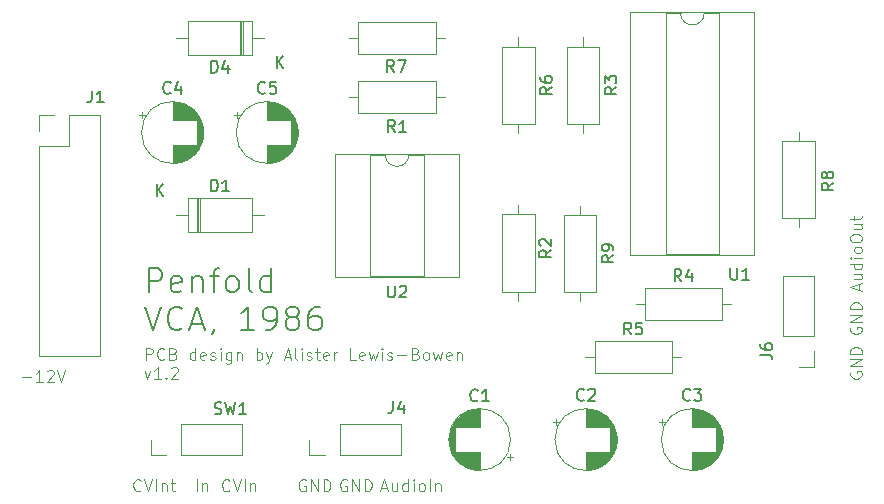
<source format=gbr>
%TF.GenerationSoftware,KiCad,Pcbnew,7.0.1-0*%
%TF.CreationDate,2023-07-23T18:38:07-04:00*%
%TF.ProjectId,Penfold_VCA,50656e66-6f6c-4645-9f56-43412e6b6963,rev?*%
%TF.SameCoordinates,Original*%
%TF.FileFunction,Legend,Top*%
%TF.FilePolarity,Positive*%
%FSLAX46Y46*%
G04 Gerber Fmt 4.6, Leading zero omitted, Abs format (unit mm)*
G04 Created by KiCad (PCBNEW 7.0.1-0) date 2023-07-23 18:38:07*
%MOMM*%
%LPD*%
G01*
G04 APERTURE LIST*
%ADD10C,0.200000*%
%ADD11C,0.125000*%
%ADD12C,0.150000*%
%ADD13C,0.120000*%
G04 APERTURE END LIST*
D10*
X113976190Y-103515238D02*
X113976190Y-101515238D01*
X113976190Y-101515238D02*
X114738095Y-101515238D01*
X114738095Y-101515238D02*
X114928571Y-101610476D01*
X114928571Y-101610476D02*
X115023809Y-101705714D01*
X115023809Y-101705714D02*
X115119047Y-101896190D01*
X115119047Y-101896190D02*
X115119047Y-102181904D01*
X115119047Y-102181904D02*
X115023809Y-102372380D01*
X115023809Y-102372380D02*
X114928571Y-102467619D01*
X114928571Y-102467619D02*
X114738095Y-102562857D01*
X114738095Y-102562857D02*
X113976190Y-102562857D01*
X116738095Y-103420000D02*
X116547619Y-103515238D01*
X116547619Y-103515238D02*
X116166666Y-103515238D01*
X116166666Y-103515238D02*
X115976190Y-103420000D01*
X115976190Y-103420000D02*
X115880952Y-103229523D01*
X115880952Y-103229523D02*
X115880952Y-102467619D01*
X115880952Y-102467619D02*
X115976190Y-102277142D01*
X115976190Y-102277142D02*
X116166666Y-102181904D01*
X116166666Y-102181904D02*
X116547619Y-102181904D01*
X116547619Y-102181904D02*
X116738095Y-102277142D01*
X116738095Y-102277142D02*
X116833333Y-102467619D01*
X116833333Y-102467619D02*
X116833333Y-102658095D01*
X116833333Y-102658095D02*
X115880952Y-102848571D01*
X117690476Y-102181904D02*
X117690476Y-103515238D01*
X117690476Y-102372380D02*
X117785714Y-102277142D01*
X117785714Y-102277142D02*
X117976190Y-102181904D01*
X117976190Y-102181904D02*
X118261905Y-102181904D01*
X118261905Y-102181904D02*
X118452381Y-102277142D01*
X118452381Y-102277142D02*
X118547619Y-102467619D01*
X118547619Y-102467619D02*
X118547619Y-103515238D01*
X119214286Y-102181904D02*
X119976190Y-102181904D01*
X119500000Y-103515238D02*
X119500000Y-101800952D01*
X119500000Y-101800952D02*
X119595238Y-101610476D01*
X119595238Y-101610476D02*
X119785714Y-101515238D01*
X119785714Y-101515238D02*
X119976190Y-101515238D01*
X120928571Y-103515238D02*
X120738095Y-103420000D01*
X120738095Y-103420000D02*
X120642857Y-103324761D01*
X120642857Y-103324761D02*
X120547619Y-103134285D01*
X120547619Y-103134285D02*
X120547619Y-102562857D01*
X120547619Y-102562857D02*
X120642857Y-102372380D01*
X120642857Y-102372380D02*
X120738095Y-102277142D01*
X120738095Y-102277142D02*
X120928571Y-102181904D01*
X120928571Y-102181904D02*
X121214286Y-102181904D01*
X121214286Y-102181904D02*
X121404762Y-102277142D01*
X121404762Y-102277142D02*
X121500000Y-102372380D01*
X121500000Y-102372380D02*
X121595238Y-102562857D01*
X121595238Y-102562857D02*
X121595238Y-103134285D01*
X121595238Y-103134285D02*
X121500000Y-103324761D01*
X121500000Y-103324761D02*
X121404762Y-103420000D01*
X121404762Y-103420000D02*
X121214286Y-103515238D01*
X121214286Y-103515238D02*
X120928571Y-103515238D01*
X122738095Y-103515238D02*
X122547619Y-103420000D01*
X122547619Y-103420000D02*
X122452381Y-103229523D01*
X122452381Y-103229523D02*
X122452381Y-101515238D01*
X124357143Y-103515238D02*
X124357143Y-101515238D01*
X124357143Y-103420000D02*
X124166667Y-103515238D01*
X124166667Y-103515238D02*
X123785714Y-103515238D01*
X123785714Y-103515238D02*
X123595238Y-103420000D01*
X123595238Y-103420000D02*
X123500000Y-103324761D01*
X123500000Y-103324761D02*
X123404762Y-103134285D01*
X123404762Y-103134285D02*
X123404762Y-102562857D01*
X123404762Y-102562857D02*
X123500000Y-102372380D01*
X123500000Y-102372380D02*
X123595238Y-102277142D01*
X123595238Y-102277142D02*
X123785714Y-102181904D01*
X123785714Y-102181904D02*
X124166667Y-102181904D01*
X124166667Y-102181904D02*
X124357143Y-102277142D01*
X113690476Y-104755238D02*
X114357142Y-106755238D01*
X114357142Y-106755238D02*
X115023809Y-104755238D01*
X116833333Y-106564761D02*
X116738095Y-106660000D01*
X116738095Y-106660000D02*
X116452381Y-106755238D01*
X116452381Y-106755238D02*
X116261905Y-106755238D01*
X116261905Y-106755238D02*
X115976190Y-106660000D01*
X115976190Y-106660000D02*
X115785714Y-106469523D01*
X115785714Y-106469523D02*
X115690476Y-106279047D01*
X115690476Y-106279047D02*
X115595238Y-105898095D01*
X115595238Y-105898095D02*
X115595238Y-105612380D01*
X115595238Y-105612380D02*
X115690476Y-105231428D01*
X115690476Y-105231428D02*
X115785714Y-105040952D01*
X115785714Y-105040952D02*
X115976190Y-104850476D01*
X115976190Y-104850476D02*
X116261905Y-104755238D01*
X116261905Y-104755238D02*
X116452381Y-104755238D01*
X116452381Y-104755238D02*
X116738095Y-104850476D01*
X116738095Y-104850476D02*
X116833333Y-104945714D01*
X117595238Y-106183809D02*
X118547619Y-106183809D01*
X117404762Y-106755238D02*
X118071428Y-104755238D01*
X118071428Y-104755238D02*
X118738095Y-106755238D01*
X119500000Y-106660000D02*
X119500000Y-106755238D01*
X119500000Y-106755238D02*
X119404762Y-106945714D01*
X119404762Y-106945714D02*
X119309524Y-107040952D01*
X122928572Y-106755238D02*
X121785715Y-106755238D01*
X122357143Y-106755238D02*
X122357143Y-104755238D01*
X122357143Y-104755238D02*
X122166667Y-105040952D01*
X122166667Y-105040952D02*
X121976191Y-105231428D01*
X121976191Y-105231428D02*
X121785715Y-105326666D01*
X123880953Y-106755238D02*
X124261905Y-106755238D01*
X124261905Y-106755238D02*
X124452382Y-106660000D01*
X124452382Y-106660000D02*
X124547620Y-106564761D01*
X124547620Y-106564761D02*
X124738096Y-106279047D01*
X124738096Y-106279047D02*
X124833334Y-105898095D01*
X124833334Y-105898095D02*
X124833334Y-105136190D01*
X124833334Y-105136190D02*
X124738096Y-104945714D01*
X124738096Y-104945714D02*
X124642858Y-104850476D01*
X124642858Y-104850476D02*
X124452382Y-104755238D01*
X124452382Y-104755238D02*
X124071429Y-104755238D01*
X124071429Y-104755238D02*
X123880953Y-104850476D01*
X123880953Y-104850476D02*
X123785715Y-104945714D01*
X123785715Y-104945714D02*
X123690477Y-105136190D01*
X123690477Y-105136190D02*
X123690477Y-105612380D01*
X123690477Y-105612380D02*
X123785715Y-105802857D01*
X123785715Y-105802857D02*
X123880953Y-105898095D01*
X123880953Y-105898095D02*
X124071429Y-105993333D01*
X124071429Y-105993333D02*
X124452382Y-105993333D01*
X124452382Y-105993333D02*
X124642858Y-105898095D01*
X124642858Y-105898095D02*
X124738096Y-105802857D01*
X124738096Y-105802857D02*
X124833334Y-105612380D01*
X125976191Y-105612380D02*
X125785715Y-105517142D01*
X125785715Y-105517142D02*
X125690477Y-105421904D01*
X125690477Y-105421904D02*
X125595239Y-105231428D01*
X125595239Y-105231428D02*
X125595239Y-105136190D01*
X125595239Y-105136190D02*
X125690477Y-104945714D01*
X125690477Y-104945714D02*
X125785715Y-104850476D01*
X125785715Y-104850476D02*
X125976191Y-104755238D01*
X125976191Y-104755238D02*
X126357144Y-104755238D01*
X126357144Y-104755238D02*
X126547620Y-104850476D01*
X126547620Y-104850476D02*
X126642858Y-104945714D01*
X126642858Y-104945714D02*
X126738096Y-105136190D01*
X126738096Y-105136190D02*
X126738096Y-105231428D01*
X126738096Y-105231428D02*
X126642858Y-105421904D01*
X126642858Y-105421904D02*
X126547620Y-105517142D01*
X126547620Y-105517142D02*
X126357144Y-105612380D01*
X126357144Y-105612380D02*
X125976191Y-105612380D01*
X125976191Y-105612380D02*
X125785715Y-105707619D01*
X125785715Y-105707619D02*
X125690477Y-105802857D01*
X125690477Y-105802857D02*
X125595239Y-105993333D01*
X125595239Y-105993333D02*
X125595239Y-106374285D01*
X125595239Y-106374285D02*
X125690477Y-106564761D01*
X125690477Y-106564761D02*
X125785715Y-106660000D01*
X125785715Y-106660000D02*
X125976191Y-106755238D01*
X125976191Y-106755238D02*
X126357144Y-106755238D01*
X126357144Y-106755238D02*
X126547620Y-106660000D01*
X126547620Y-106660000D02*
X126642858Y-106564761D01*
X126642858Y-106564761D02*
X126738096Y-106374285D01*
X126738096Y-106374285D02*
X126738096Y-105993333D01*
X126738096Y-105993333D02*
X126642858Y-105802857D01*
X126642858Y-105802857D02*
X126547620Y-105707619D01*
X126547620Y-105707619D02*
X126357144Y-105612380D01*
X128452382Y-104755238D02*
X128071429Y-104755238D01*
X128071429Y-104755238D02*
X127880953Y-104850476D01*
X127880953Y-104850476D02*
X127785715Y-104945714D01*
X127785715Y-104945714D02*
X127595239Y-105231428D01*
X127595239Y-105231428D02*
X127500001Y-105612380D01*
X127500001Y-105612380D02*
X127500001Y-106374285D01*
X127500001Y-106374285D02*
X127595239Y-106564761D01*
X127595239Y-106564761D02*
X127690477Y-106660000D01*
X127690477Y-106660000D02*
X127880953Y-106755238D01*
X127880953Y-106755238D02*
X128261906Y-106755238D01*
X128261906Y-106755238D02*
X128452382Y-106660000D01*
X128452382Y-106660000D02*
X128547620Y-106564761D01*
X128547620Y-106564761D02*
X128642858Y-106374285D01*
X128642858Y-106374285D02*
X128642858Y-105898095D01*
X128642858Y-105898095D02*
X128547620Y-105707619D01*
X128547620Y-105707619D02*
X128452382Y-105612380D01*
X128452382Y-105612380D02*
X128261906Y-105517142D01*
X128261906Y-105517142D02*
X127880953Y-105517142D01*
X127880953Y-105517142D02*
X127690477Y-105612380D01*
X127690477Y-105612380D02*
X127595239Y-105707619D01*
X127595239Y-105707619D02*
X127500001Y-105898095D01*
D11*
X127261904Y-119425238D02*
X127166666Y-119377619D01*
X127166666Y-119377619D02*
X127023809Y-119377619D01*
X127023809Y-119377619D02*
X126880952Y-119425238D01*
X126880952Y-119425238D02*
X126785714Y-119520476D01*
X126785714Y-119520476D02*
X126738095Y-119615714D01*
X126738095Y-119615714D02*
X126690476Y-119806190D01*
X126690476Y-119806190D02*
X126690476Y-119949047D01*
X126690476Y-119949047D02*
X126738095Y-120139523D01*
X126738095Y-120139523D02*
X126785714Y-120234761D01*
X126785714Y-120234761D02*
X126880952Y-120330000D01*
X126880952Y-120330000D02*
X127023809Y-120377619D01*
X127023809Y-120377619D02*
X127119047Y-120377619D01*
X127119047Y-120377619D02*
X127261904Y-120330000D01*
X127261904Y-120330000D02*
X127309523Y-120282380D01*
X127309523Y-120282380D02*
X127309523Y-119949047D01*
X127309523Y-119949047D02*
X127119047Y-119949047D01*
X127738095Y-120377619D02*
X127738095Y-119377619D01*
X127738095Y-119377619D02*
X128309523Y-120377619D01*
X128309523Y-120377619D02*
X128309523Y-119377619D01*
X128785714Y-120377619D02*
X128785714Y-119377619D01*
X128785714Y-119377619D02*
X129023809Y-119377619D01*
X129023809Y-119377619D02*
X129166666Y-119425238D01*
X129166666Y-119425238D02*
X129261904Y-119520476D01*
X129261904Y-119520476D02*
X129309523Y-119615714D01*
X129309523Y-119615714D02*
X129357142Y-119806190D01*
X129357142Y-119806190D02*
X129357142Y-119949047D01*
X129357142Y-119949047D02*
X129309523Y-120139523D01*
X129309523Y-120139523D02*
X129261904Y-120234761D01*
X129261904Y-120234761D02*
X129166666Y-120330000D01*
X129166666Y-120330000D02*
X129023809Y-120377619D01*
X129023809Y-120377619D02*
X128785714Y-120377619D01*
X113309523Y-120282380D02*
X113261904Y-120330000D01*
X113261904Y-120330000D02*
X113119047Y-120377619D01*
X113119047Y-120377619D02*
X113023809Y-120377619D01*
X113023809Y-120377619D02*
X112880952Y-120330000D01*
X112880952Y-120330000D02*
X112785714Y-120234761D01*
X112785714Y-120234761D02*
X112738095Y-120139523D01*
X112738095Y-120139523D02*
X112690476Y-119949047D01*
X112690476Y-119949047D02*
X112690476Y-119806190D01*
X112690476Y-119806190D02*
X112738095Y-119615714D01*
X112738095Y-119615714D02*
X112785714Y-119520476D01*
X112785714Y-119520476D02*
X112880952Y-119425238D01*
X112880952Y-119425238D02*
X113023809Y-119377619D01*
X113023809Y-119377619D02*
X113119047Y-119377619D01*
X113119047Y-119377619D02*
X113261904Y-119425238D01*
X113261904Y-119425238D02*
X113309523Y-119472857D01*
X113595238Y-119377619D02*
X113928571Y-120377619D01*
X113928571Y-120377619D02*
X114261904Y-119377619D01*
X114595238Y-120377619D02*
X114595238Y-119377619D01*
X115071428Y-119710952D02*
X115071428Y-120377619D01*
X115071428Y-119806190D02*
X115119047Y-119758571D01*
X115119047Y-119758571D02*
X115214285Y-119710952D01*
X115214285Y-119710952D02*
X115357142Y-119710952D01*
X115357142Y-119710952D02*
X115452380Y-119758571D01*
X115452380Y-119758571D02*
X115499999Y-119853809D01*
X115499999Y-119853809D02*
X115499999Y-120377619D01*
X115833333Y-119710952D02*
X116214285Y-119710952D01*
X115976190Y-119377619D02*
X115976190Y-120234761D01*
X115976190Y-120234761D02*
X116023809Y-120330000D01*
X116023809Y-120330000D02*
X116119047Y-120377619D01*
X116119047Y-120377619D02*
X116214285Y-120377619D01*
X118038095Y-120377619D02*
X118038095Y-119377619D01*
X118514285Y-119710952D02*
X118514285Y-120377619D01*
X118514285Y-119806190D02*
X118561904Y-119758571D01*
X118561904Y-119758571D02*
X118657142Y-119710952D01*
X118657142Y-119710952D02*
X118799999Y-119710952D01*
X118799999Y-119710952D02*
X118895237Y-119758571D01*
X118895237Y-119758571D02*
X118942856Y-119853809D01*
X118942856Y-119853809D02*
X118942856Y-120377619D01*
X174091904Y-103345237D02*
X174091904Y-102869047D01*
X174377619Y-103440475D02*
X173377619Y-103107142D01*
X173377619Y-103107142D02*
X174377619Y-102773809D01*
X173710952Y-102011904D02*
X174377619Y-102011904D01*
X173710952Y-102440475D02*
X174234761Y-102440475D01*
X174234761Y-102440475D02*
X174330000Y-102392856D01*
X174330000Y-102392856D02*
X174377619Y-102297618D01*
X174377619Y-102297618D02*
X174377619Y-102154761D01*
X174377619Y-102154761D02*
X174330000Y-102059523D01*
X174330000Y-102059523D02*
X174282380Y-102011904D01*
X174377619Y-101107142D02*
X173377619Y-101107142D01*
X174330000Y-101107142D02*
X174377619Y-101202380D01*
X174377619Y-101202380D02*
X174377619Y-101392856D01*
X174377619Y-101392856D02*
X174330000Y-101488094D01*
X174330000Y-101488094D02*
X174282380Y-101535713D01*
X174282380Y-101535713D02*
X174187142Y-101583332D01*
X174187142Y-101583332D02*
X173901428Y-101583332D01*
X173901428Y-101583332D02*
X173806190Y-101535713D01*
X173806190Y-101535713D02*
X173758571Y-101488094D01*
X173758571Y-101488094D02*
X173710952Y-101392856D01*
X173710952Y-101392856D02*
X173710952Y-101202380D01*
X173710952Y-101202380D02*
X173758571Y-101107142D01*
X174377619Y-100630951D02*
X173710952Y-100630951D01*
X173377619Y-100630951D02*
X173425238Y-100678570D01*
X173425238Y-100678570D02*
X173472857Y-100630951D01*
X173472857Y-100630951D02*
X173425238Y-100583332D01*
X173425238Y-100583332D02*
X173377619Y-100630951D01*
X173377619Y-100630951D02*
X173472857Y-100630951D01*
X174377619Y-100011904D02*
X174330000Y-100107142D01*
X174330000Y-100107142D02*
X174282380Y-100154761D01*
X174282380Y-100154761D02*
X174187142Y-100202380D01*
X174187142Y-100202380D02*
X173901428Y-100202380D01*
X173901428Y-100202380D02*
X173806190Y-100154761D01*
X173806190Y-100154761D02*
X173758571Y-100107142D01*
X173758571Y-100107142D02*
X173710952Y-100011904D01*
X173710952Y-100011904D02*
X173710952Y-99869047D01*
X173710952Y-99869047D02*
X173758571Y-99773809D01*
X173758571Y-99773809D02*
X173806190Y-99726190D01*
X173806190Y-99726190D02*
X173901428Y-99678571D01*
X173901428Y-99678571D02*
X174187142Y-99678571D01*
X174187142Y-99678571D02*
X174282380Y-99726190D01*
X174282380Y-99726190D02*
X174330000Y-99773809D01*
X174330000Y-99773809D02*
X174377619Y-99869047D01*
X174377619Y-99869047D02*
X174377619Y-100011904D01*
X173377619Y-99059523D02*
X173377619Y-98869047D01*
X173377619Y-98869047D02*
X173425238Y-98773809D01*
X173425238Y-98773809D02*
X173520476Y-98678571D01*
X173520476Y-98678571D02*
X173710952Y-98630952D01*
X173710952Y-98630952D02*
X174044285Y-98630952D01*
X174044285Y-98630952D02*
X174234761Y-98678571D01*
X174234761Y-98678571D02*
X174330000Y-98773809D01*
X174330000Y-98773809D02*
X174377619Y-98869047D01*
X174377619Y-98869047D02*
X174377619Y-99059523D01*
X174377619Y-99059523D02*
X174330000Y-99154761D01*
X174330000Y-99154761D02*
X174234761Y-99249999D01*
X174234761Y-99249999D02*
X174044285Y-99297618D01*
X174044285Y-99297618D02*
X173710952Y-99297618D01*
X173710952Y-99297618D02*
X173520476Y-99249999D01*
X173520476Y-99249999D02*
X173425238Y-99154761D01*
X173425238Y-99154761D02*
X173377619Y-99059523D01*
X173710952Y-97773809D02*
X174377619Y-97773809D01*
X173710952Y-98202380D02*
X174234761Y-98202380D01*
X174234761Y-98202380D02*
X174330000Y-98154761D01*
X174330000Y-98154761D02*
X174377619Y-98059523D01*
X174377619Y-98059523D02*
X174377619Y-97916666D01*
X174377619Y-97916666D02*
X174330000Y-97821428D01*
X174330000Y-97821428D02*
X174282380Y-97773809D01*
X173710952Y-97440475D02*
X173710952Y-97059523D01*
X173377619Y-97297618D02*
X174234761Y-97297618D01*
X174234761Y-97297618D02*
X174330000Y-97249999D01*
X174330000Y-97249999D02*
X174377619Y-97154761D01*
X174377619Y-97154761D02*
X174377619Y-97059523D01*
X113738095Y-109257619D02*
X113738095Y-108257619D01*
X113738095Y-108257619D02*
X114119047Y-108257619D01*
X114119047Y-108257619D02*
X114214285Y-108305238D01*
X114214285Y-108305238D02*
X114261904Y-108352857D01*
X114261904Y-108352857D02*
X114309523Y-108448095D01*
X114309523Y-108448095D02*
X114309523Y-108590952D01*
X114309523Y-108590952D02*
X114261904Y-108686190D01*
X114261904Y-108686190D02*
X114214285Y-108733809D01*
X114214285Y-108733809D02*
X114119047Y-108781428D01*
X114119047Y-108781428D02*
X113738095Y-108781428D01*
X115309523Y-109162380D02*
X115261904Y-109210000D01*
X115261904Y-109210000D02*
X115119047Y-109257619D01*
X115119047Y-109257619D02*
X115023809Y-109257619D01*
X115023809Y-109257619D02*
X114880952Y-109210000D01*
X114880952Y-109210000D02*
X114785714Y-109114761D01*
X114785714Y-109114761D02*
X114738095Y-109019523D01*
X114738095Y-109019523D02*
X114690476Y-108829047D01*
X114690476Y-108829047D02*
X114690476Y-108686190D01*
X114690476Y-108686190D02*
X114738095Y-108495714D01*
X114738095Y-108495714D02*
X114785714Y-108400476D01*
X114785714Y-108400476D02*
X114880952Y-108305238D01*
X114880952Y-108305238D02*
X115023809Y-108257619D01*
X115023809Y-108257619D02*
X115119047Y-108257619D01*
X115119047Y-108257619D02*
X115261904Y-108305238D01*
X115261904Y-108305238D02*
X115309523Y-108352857D01*
X116071428Y-108733809D02*
X116214285Y-108781428D01*
X116214285Y-108781428D02*
X116261904Y-108829047D01*
X116261904Y-108829047D02*
X116309523Y-108924285D01*
X116309523Y-108924285D02*
X116309523Y-109067142D01*
X116309523Y-109067142D02*
X116261904Y-109162380D01*
X116261904Y-109162380D02*
X116214285Y-109210000D01*
X116214285Y-109210000D02*
X116119047Y-109257619D01*
X116119047Y-109257619D02*
X115738095Y-109257619D01*
X115738095Y-109257619D02*
X115738095Y-108257619D01*
X115738095Y-108257619D02*
X116071428Y-108257619D01*
X116071428Y-108257619D02*
X116166666Y-108305238D01*
X116166666Y-108305238D02*
X116214285Y-108352857D01*
X116214285Y-108352857D02*
X116261904Y-108448095D01*
X116261904Y-108448095D02*
X116261904Y-108543333D01*
X116261904Y-108543333D02*
X116214285Y-108638571D01*
X116214285Y-108638571D02*
X116166666Y-108686190D01*
X116166666Y-108686190D02*
X116071428Y-108733809D01*
X116071428Y-108733809D02*
X115738095Y-108733809D01*
X117928571Y-109257619D02*
X117928571Y-108257619D01*
X117928571Y-109210000D02*
X117833333Y-109257619D01*
X117833333Y-109257619D02*
X117642857Y-109257619D01*
X117642857Y-109257619D02*
X117547619Y-109210000D01*
X117547619Y-109210000D02*
X117500000Y-109162380D01*
X117500000Y-109162380D02*
X117452381Y-109067142D01*
X117452381Y-109067142D02*
X117452381Y-108781428D01*
X117452381Y-108781428D02*
X117500000Y-108686190D01*
X117500000Y-108686190D02*
X117547619Y-108638571D01*
X117547619Y-108638571D02*
X117642857Y-108590952D01*
X117642857Y-108590952D02*
X117833333Y-108590952D01*
X117833333Y-108590952D02*
X117928571Y-108638571D01*
X118785714Y-109210000D02*
X118690476Y-109257619D01*
X118690476Y-109257619D02*
X118500000Y-109257619D01*
X118500000Y-109257619D02*
X118404762Y-109210000D01*
X118404762Y-109210000D02*
X118357143Y-109114761D01*
X118357143Y-109114761D02*
X118357143Y-108733809D01*
X118357143Y-108733809D02*
X118404762Y-108638571D01*
X118404762Y-108638571D02*
X118500000Y-108590952D01*
X118500000Y-108590952D02*
X118690476Y-108590952D01*
X118690476Y-108590952D02*
X118785714Y-108638571D01*
X118785714Y-108638571D02*
X118833333Y-108733809D01*
X118833333Y-108733809D02*
X118833333Y-108829047D01*
X118833333Y-108829047D02*
X118357143Y-108924285D01*
X119214286Y-109210000D02*
X119309524Y-109257619D01*
X119309524Y-109257619D02*
X119500000Y-109257619D01*
X119500000Y-109257619D02*
X119595238Y-109210000D01*
X119595238Y-109210000D02*
X119642857Y-109114761D01*
X119642857Y-109114761D02*
X119642857Y-109067142D01*
X119642857Y-109067142D02*
X119595238Y-108971904D01*
X119595238Y-108971904D02*
X119500000Y-108924285D01*
X119500000Y-108924285D02*
X119357143Y-108924285D01*
X119357143Y-108924285D02*
X119261905Y-108876666D01*
X119261905Y-108876666D02*
X119214286Y-108781428D01*
X119214286Y-108781428D02*
X119214286Y-108733809D01*
X119214286Y-108733809D02*
X119261905Y-108638571D01*
X119261905Y-108638571D02*
X119357143Y-108590952D01*
X119357143Y-108590952D02*
X119500000Y-108590952D01*
X119500000Y-108590952D02*
X119595238Y-108638571D01*
X120071429Y-109257619D02*
X120071429Y-108590952D01*
X120071429Y-108257619D02*
X120023810Y-108305238D01*
X120023810Y-108305238D02*
X120071429Y-108352857D01*
X120071429Y-108352857D02*
X120119048Y-108305238D01*
X120119048Y-108305238D02*
X120071429Y-108257619D01*
X120071429Y-108257619D02*
X120071429Y-108352857D01*
X120976190Y-108590952D02*
X120976190Y-109400476D01*
X120976190Y-109400476D02*
X120928571Y-109495714D01*
X120928571Y-109495714D02*
X120880952Y-109543333D01*
X120880952Y-109543333D02*
X120785714Y-109590952D01*
X120785714Y-109590952D02*
X120642857Y-109590952D01*
X120642857Y-109590952D02*
X120547619Y-109543333D01*
X120976190Y-109210000D02*
X120880952Y-109257619D01*
X120880952Y-109257619D02*
X120690476Y-109257619D01*
X120690476Y-109257619D02*
X120595238Y-109210000D01*
X120595238Y-109210000D02*
X120547619Y-109162380D01*
X120547619Y-109162380D02*
X120500000Y-109067142D01*
X120500000Y-109067142D02*
X120500000Y-108781428D01*
X120500000Y-108781428D02*
X120547619Y-108686190D01*
X120547619Y-108686190D02*
X120595238Y-108638571D01*
X120595238Y-108638571D02*
X120690476Y-108590952D01*
X120690476Y-108590952D02*
X120880952Y-108590952D01*
X120880952Y-108590952D02*
X120976190Y-108638571D01*
X121452381Y-108590952D02*
X121452381Y-109257619D01*
X121452381Y-108686190D02*
X121500000Y-108638571D01*
X121500000Y-108638571D02*
X121595238Y-108590952D01*
X121595238Y-108590952D02*
X121738095Y-108590952D01*
X121738095Y-108590952D02*
X121833333Y-108638571D01*
X121833333Y-108638571D02*
X121880952Y-108733809D01*
X121880952Y-108733809D02*
X121880952Y-109257619D01*
X123119048Y-109257619D02*
X123119048Y-108257619D01*
X123119048Y-108638571D02*
X123214286Y-108590952D01*
X123214286Y-108590952D02*
X123404762Y-108590952D01*
X123404762Y-108590952D02*
X123500000Y-108638571D01*
X123500000Y-108638571D02*
X123547619Y-108686190D01*
X123547619Y-108686190D02*
X123595238Y-108781428D01*
X123595238Y-108781428D02*
X123595238Y-109067142D01*
X123595238Y-109067142D02*
X123547619Y-109162380D01*
X123547619Y-109162380D02*
X123500000Y-109210000D01*
X123500000Y-109210000D02*
X123404762Y-109257619D01*
X123404762Y-109257619D02*
X123214286Y-109257619D01*
X123214286Y-109257619D02*
X123119048Y-109210000D01*
X123928572Y-108590952D02*
X124166667Y-109257619D01*
X124404762Y-108590952D02*
X124166667Y-109257619D01*
X124166667Y-109257619D02*
X124071429Y-109495714D01*
X124071429Y-109495714D02*
X124023810Y-109543333D01*
X124023810Y-109543333D02*
X123928572Y-109590952D01*
X125500001Y-108971904D02*
X125976191Y-108971904D01*
X125404763Y-109257619D02*
X125738096Y-108257619D01*
X125738096Y-108257619D02*
X126071429Y-109257619D01*
X126547620Y-109257619D02*
X126452382Y-109210000D01*
X126452382Y-109210000D02*
X126404763Y-109114761D01*
X126404763Y-109114761D02*
X126404763Y-108257619D01*
X126928573Y-109257619D02*
X126928573Y-108590952D01*
X126928573Y-108257619D02*
X126880954Y-108305238D01*
X126880954Y-108305238D02*
X126928573Y-108352857D01*
X126928573Y-108352857D02*
X126976192Y-108305238D01*
X126976192Y-108305238D02*
X126928573Y-108257619D01*
X126928573Y-108257619D02*
X126928573Y-108352857D01*
X127357144Y-109210000D02*
X127452382Y-109257619D01*
X127452382Y-109257619D02*
X127642858Y-109257619D01*
X127642858Y-109257619D02*
X127738096Y-109210000D01*
X127738096Y-109210000D02*
X127785715Y-109114761D01*
X127785715Y-109114761D02*
X127785715Y-109067142D01*
X127785715Y-109067142D02*
X127738096Y-108971904D01*
X127738096Y-108971904D02*
X127642858Y-108924285D01*
X127642858Y-108924285D02*
X127500001Y-108924285D01*
X127500001Y-108924285D02*
X127404763Y-108876666D01*
X127404763Y-108876666D02*
X127357144Y-108781428D01*
X127357144Y-108781428D02*
X127357144Y-108733809D01*
X127357144Y-108733809D02*
X127404763Y-108638571D01*
X127404763Y-108638571D02*
X127500001Y-108590952D01*
X127500001Y-108590952D02*
X127642858Y-108590952D01*
X127642858Y-108590952D02*
X127738096Y-108638571D01*
X128071430Y-108590952D02*
X128452382Y-108590952D01*
X128214287Y-108257619D02*
X128214287Y-109114761D01*
X128214287Y-109114761D02*
X128261906Y-109210000D01*
X128261906Y-109210000D02*
X128357144Y-109257619D01*
X128357144Y-109257619D02*
X128452382Y-109257619D01*
X129166668Y-109210000D02*
X129071430Y-109257619D01*
X129071430Y-109257619D02*
X128880954Y-109257619D01*
X128880954Y-109257619D02*
X128785716Y-109210000D01*
X128785716Y-109210000D02*
X128738097Y-109114761D01*
X128738097Y-109114761D02*
X128738097Y-108733809D01*
X128738097Y-108733809D02*
X128785716Y-108638571D01*
X128785716Y-108638571D02*
X128880954Y-108590952D01*
X128880954Y-108590952D02*
X129071430Y-108590952D01*
X129071430Y-108590952D02*
X129166668Y-108638571D01*
X129166668Y-108638571D02*
X129214287Y-108733809D01*
X129214287Y-108733809D02*
X129214287Y-108829047D01*
X129214287Y-108829047D02*
X128738097Y-108924285D01*
X129642859Y-109257619D02*
X129642859Y-108590952D01*
X129642859Y-108781428D02*
X129690478Y-108686190D01*
X129690478Y-108686190D02*
X129738097Y-108638571D01*
X129738097Y-108638571D02*
X129833335Y-108590952D01*
X129833335Y-108590952D02*
X129928573Y-108590952D01*
X131500002Y-109257619D02*
X131023812Y-109257619D01*
X131023812Y-109257619D02*
X131023812Y-108257619D01*
X132214288Y-109210000D02*
X132119050Y-109257619D01*
X132119050Y-109257619D02*
X131928574Y-109257619D01*
X131928574Y-109257619D02*
X131833336Y-109210000D01*
X131833336Y-109210000D02*
X131785717Y-109114761D01*
X131785717Y-109114761D02*
X131785717Y-108733809D01*
X131785717Y-108733809D02*
X131833336Y-108638571D01*
X131833336Y-108638571D02*
X131928574Y-108590952D01*
X131928574Y-108590952D02*
X132119050Y-108590952D01*
X132119050Y-108590952D02*
X132214288Y-108638571D01*
X132214288Y-108638571D02*
X132261907Y-108733809D01*
X132261907Y-108733809D02*
X132261907Y-108829047D01*
X132261907Y-108829047D02*
X131785717Y-108924285D01*
X132595241Y-108590952D02*
X132785717Y-109257619D01*
X132785717Y-109257619D02*
X132976193Y-108781428D01*
X132976193Y-108781428D02*
X133166669Y-109257619D01*
X133166669Y-109257619D02*
X133357145Y-108590952D01*
X133738098Y-109257619D02*
X133738098Y-108590952D01*
X133738098Y-108257619D02*
X133690479Y-108305238D01*
X133690479Y-108305238D02*
X133738098Y-108352857D01*
X133738098Y-108352857D02*
X133785717Y-108305238D01*
X133785717Y-108305238D02*
X133738098Y-108257619D01*
X133738098Y-108257619D02*
X133738098Y-108352857D01*
X134166669Y-109210000D02*
X134261907Y-109257619D01*
X134261907Y-109257619D02*
X134452383Y-109257619D01*
X134452383Y-109257619D02*
X134547621Y-109210000D01*
X134547621Y-109210000D02*
X134595240Y-109114761D01*
X134595240Y-109114761D02*
X134595240Y-109067142D01*
X134595240Y-109067142D02*
X134547621Y-108971904D01*
X134547621Y-108971904D02*
X134452383Y-108924285D01*
X134452383Y-108924285D02*
X134309526Y-108924285D01*
X134309526Y-108924285D02*
X134214288Y-108876666D01*
X134214288Y-108876666D02*
X134166669Y-108781428D01*
X134166669Y-108781428D02*
X134166669Y-108733809D01*
X134166669Y-108733809D02*
X134214288Y-108638571D01*
X134214288Y-108638571D02*
X134309526Y-108590952D01*
X134309526Y-108590952D02*
X134452383Y-108590952D01*
X134452383Y-108590952D02*
X134547621Y-108638571D01*
X135023812Y-108876666D02*
X135785717Y-108876666D01*
X136595240Y-108733809D02*
X136738097Y-108781428D01*
X136738097Y-108781428D02*
X136785716Y-108829047D01*
X136785716Y-108829047D02*
X136833335Y-108924285D01*
X136833335Y-108924285D02*
X136833335Y-109067142D01*
X136833335Y-109067142D02*
X136785716Y-109162380D01*
X136785716Y-109162380D02*
X136738097Y-109210000D01*
X136738097Y-109210000D02*
X136642859Y-109257619D01*
X136642859Y-109257619D02*
X136261907Y-109257619D01*
X136261907Y-109257619D02*
X136261907Y-108257619D01*
X136261907Y-108257619D02*
X136595240Y-108257619D01*
X136595240Y-108257619D02*
X136690478Y-108305238D01*
X136690478Y-108305238D02*
X136738097Y-108352857D01*
X136738097Y-108352857D02*
X136785716Y-108448095D01*
X136785716Y-108448095D02*
X136785716Y-108543333D01*
X136785716Y-108543333D02*
X136738097Y-108638571D01*
X136738097Y-108638571D02*
X136690478Y-108686190D01*
X136690478Y-108686190D02*
X136595240Y-108733809D01*
X136595240Y-108733809D02*
X136261907Y-108733809D01*
X137404764Y-109257619D02*
X137309526Y-109210000D01*
X137309526Y-109210000D02*
X137261907Y-109162380D01*
X137261907Y-109162380D02*
X137214288Y-109067142D01*
X137214288Y-109067142D02*
X137214288Y-108781428D01*
X137214288Y-108781428D02*
X137261907Y-108686190D01*
X137261907Y-108686190D02*
X137309526Y-108638571D01*
X137309526Y-108638571D02*
X137404764Y-108590952D01*
X137404764Y-108590952D02*
X137547621Y-108590952D01*
X137547621Y-108590952D02*
X137642859Y-108638571D01*
X137642859Y-108638571D02*
X137690478Y-108686190D01*
X137690478Y-108686190D02*
X137738097Y-108781428D01*
X137738097Y-108781428D02*
X137738097Y-109067142D01*
X137738097Y-109067142D02*
X137690478Y-109162380D01*
X137690478Y-109162380D02*
X137642859Y-109210000D01*
X137642859Y-109210000D02*
X137547621Y-109257619D01*
X137547621Y-109257619D02*
X137404764Y-109257619D01*
X138071431Y-108590952D02*
X138261907Y-109257619D01*
X138261907Y-109257619D02*
X138452383Y-108781428D01*
X138452383Y-108781428D02*
X138642859Y-109257619D01*
X138642859Y-109257619D02*
X138833335Y-108590952D01*
X139595240Y-109210000D02*
X139500002Y-109257619D01*
X139500002Y-109257619D02*
X139309526Y-109257619D01*
X139309526Y-109257619D02*
X139214288Y-109210000D01*
X139214288Y-109210000D02*
X139166669Y-109114761D01*
X139166669Y-109114761D02*
X139166669Y-108733809D01*
X139166669Y-108733809D02*
X139214288Y-108638571D01*
X139214288Y-108638571D02*
X139309526Y-108590952D01*
X139309526Y-108590952D02*
X139500002Y-108590952D01*
X139500002Y-108590952D02*
X139595240Y-108638571D01*
X139595240Y-108638571D02*
X139642859Y-108733809D01*
X139642859Y-108733809D02*
X139642859Y-108829047D01*
X139642859Y-108829047D02*
X139166669Y-108924285D01*
X140071431Y-108590952D02*
X140071431Y-109257619D01*
X140071431Y-108686190D02*
X140119050Y-108638571D01*
X140119050Y-108638571D02*
X140214288Y-108590952D01*
X140214288Y-108590952D02*
X140357145Y-108590952D01*
X140357145Y-108590952D02*
X140452383Y-108638571D01*
X140452383Y-108638571D02*
X140500002Y-108733809D01*
X140500002Y-108733809D02*
X140500002Y-109257619D01*
X113642857Y-110210952D02*
X113880952Y-110877619D01*
X113880952Y-110877619D02*
X114119047Y-110210952D01*
X115023809Y-110877619D02*
X114452381Y-110877619D01*
X114738095Y-110877619D02*
X114738095Y-109877619D01*
X114738095Y-109877619D02*
X114642857Y-110020476D01*
X114642857Y-110020476D02*
X114547619Y-110115714D01*
X114547619Y-110115714D02*
X114452381Y-110163333D01*
X115452381Y-110782380D02*
X115500000Y-110830000D01*
X115500000Y-110830000D02*
X115452381Y-110877619D01*
X115452381Y-110877619D02*
X115404762Y-110830000D01*
X115404762Y-110830000D02*
X115452381Y-110782380D01*
X115452381Y-110782380D02*
X115452381Y-110877619D01*
X115880952Y-109972857D02*
X115928571Y-109925238D01*
X115928571Y-109925238D02*
X116023809Y-109877619D01*
X116023809Y-109877619D02*
X116261904Y-109877619D01*
X116261904Y-109877619D02*
X116357142Y-109925238D01*
X116357142Y-109925238D02*
X116404761Y-109972857D01*
X116404761Y-109972857D02*
X116452380Y-110068095D01*
X116452380Y-110068095D02*
X116452380Y-110163333D01*
X116452380Y-110163333D02*
X116404761Y-110306190D01*
X116404761Y-110306190D02*
X115833333Y-110877619D01*
X115833333Y-110877619D02*
X116452380Y-110877619D01*
X130761904Y-119425238D02*
X130666666Y-119377619D01*
X130666666Y-119377619D02*
X130523809Y-119377619D01*
X130523809Y-119377619D02*
X130380952Y-119425238D01*
X130380952Y-119425238D02*
X130285714Y-119520476D01*
X130285714Y-119520476D02*
X130238095Y-119615714D01*
X130238095Y-119615714D02*
X130190476Y-119806190D01*
X130190476Y-119806190D02*
X130190476Y-119949047D01*
X130190476Y-119949047D02*
X130238095Y-120139523D01*
X130238095Y-120139523D02*
X130285714Y-120234761D01*
X130285714Y-120234761D02*
X130380952Y-120330000D01*
X130380952Y-120330000D02*
X130523809Y-120377619D01*
X130523809Y-120377619D02*
X130619047Y-120377619D01*
X130619047Y-120377619D02*
X130761904Y-120330000D01*
X130761904Y-120330000D02*
X130809523Y-120282380D01*
X130809523Y-120282380D02*
X130809523Y-119949047D01*
X130809523Y-119949047D02*
X130619047Y-119949047D01*
X131238095Y-120377619D02*
X131238095Y-119377619D01*
X131238095Y-119377619D02*
X131809523Y-120377619D01*
X131809523Y-120377619D02*
X131809523Y-119377619D01*
X132285714Y-120377619D02*
X132285714Y-119377619D01*
X132285714Y-119377619D02*
X132523809Y-119377619D01*
X132523809Y-119377619D02*
X132666666Y-119425238D01*
X132666666Y-119425238D02*
X132761904Y-119520476D01*
X132761904Y-119520476D02*
X132809523Y-119615714D01*
X132809523Y-119615714D02*
X132857142Y-119806190D01*
X132857142Y-119806190D02*
X132857142Y-119949047D01*
X132857142Y-119949047D02*
X132809523Y-120139523D01*
X132809523Y-120139523D02*
X132761904Y-120234761D01*
X132761904Y-120234761D02*
X132666666Y-120330000D01*
X132666666Y-120330000D02*
X132523809Y-120377619D01*
X132523809Y-120377619D02*
X132285714Y-120377619D01*
X103238095Y-110746666D02*
X104000000Y-110746666D01*
X104999999Y-111127619D02*
X104428571Y-111127619D01*
X104714285Y-111127619D02*
X104714285Y-110127619D01*
X104714285Y-110127619D02*
X104619047Y-110270476D01*
X104619047Y-110270476D02*
X104523809Y-110365714D01*
X104523809Y-110365714D02*
X104428571Y-110413333D01*
X105380952Y-110222857D02*
X105428571Y-110175238D01*
X105428571Y-110175238D02*
X105523809Y-110127619D01*
X105523809Y-110127619D02*
X105761904Y-110127619D01*
X105761904Y-110127619D02*
X105857142Y-110175238D01*
X105857142Y-110175238D02*
X105904761Y-110222857D01*
X105904761Y-110222857D02*
X105952380Y-110318095D01*
X105952380Y-110318095D02*
X105952380Y-110413333D01*
X105952380Y-110413333D02*
X105904761Y-110556190D01*
X105904761Y-110556190D02*
X105333333Y-111127619D01*
X105333333Y-111127619D02*
X105952380Y-111127619D01*
X106238095Y-110127619D02*
X106571428Y-111127619D01*
X106571428Y-111127619D02*
X106904761Y-110127619D01*
X173425238Y-110261904D02*
X173377619Y-110357142D01*
X173377619Y-110357142D02*
X173377619Y-110499999D01*
X173377619Y-110499999D02*
X173425238Y-110642856D01*
X173425238Y-110642856D02*
X173520476Y-110738094D01*
X173520476Y-110738094D02*
X173615714Y-110785713D01*
X173615714Y-110785713D02*
X173806190Y-110833332D01*
X173806190Y-110833332D02*
X173949047Y-110833332D01*
X173949047Y-110833332D02*
X174139523Y-110785713D01*
X174139523Y-110785713D02*
X174234761Y-110738094D01*
X174234761Y-110738094D02*
X174330000Y-110642856D01*
X174330000Y-110642856D02*
X174377619Y-110499999D01*
X174377619Y-110499999D02*
X174377619Y-110404761D01*
X174377619Y-110404761D02*
X174330000Y-110261904D01*
X174330000Y-110261904D02*
X174282380Y-110214285D01*
X174282380Y-110214285D02*
X173949047Y-110214285D01*
X173949047Y-110214285D02*
X173949047Y-110404761D01*
X174377619Y-109785713D02*
X173377619Y-109785713D01*
X173377619Y-109785713D02*
X174377619Y-109214285D01*
X174377619Y-109214285D02*
X173377619Y-109214285D01*
X174377619Y-108738094D02*
X173377619Y-108738094D01*
X173377619Y-108738094D02*
X173377619Y-108499999D01*
X173377619Y-108499999D02*
X173425238Y-108357142D01*
X173425238Y-108357142D02*
X173520476Y-108261904D01*
X173520476Y-108261904D02*
X173615714Y-108214285D01*
X173615714Y-108214285D02*
X173806190Y-108166666D01*
X173806190Y-108166666D02*
X173949047Y-108166666D01*
X173949047Y-108166666D02*
X174139523Y-108214285D01*
X174139523Y-108214285D02*
X174234761Y-108261904D01*
X174234761Y-108261904D02*
X174330000Y-108357142D01*
X174330000Y-108357142D02*
X174377619Y-108499999D01*
X174377619Y-108499999D02*
X174377619Y-108738094D01*
X173425238Y-106488095D02*
X173377619Y-106583333D01*
X173377619Y-106583333D02*
X173377619Y-106726190D01*
X173377619Y-106726190D02*
X173425238Y-106869047D01*
X173425238Y-106869047D02*
X173520476Y-106964285D01*
X173520476Y-106964285D02*
X173615714Y-107011904D01*
X173615714Y-107011904D02*
X173806190Y-107059523D01*
X173806190Y-107059523D02*
X173949047Y-107059523D01*
X173949047Y-107059523D02*
X174139523Y-107011904D01*
X174139523Y-107011904D02*
X174234761Y-106964285D01*
X174234761Y-106964285D02*
X174330000Y-106869047D01*
X174330000Y-106869047D02*
X174377619Y-106726190D01*
X174377619Y-106726190D02*
X174377619Y-106630952D01*
X174377619Y-106630952D02*
X174330000Y-106488095D01*
X174330000Y-106488095D02*
X174282380Y-106440476D01*
X174282380Y-106440476D02*
X173949047Y-106440476D01*
X173949047Y-106440476D02*
X173949047Y-106630952D01*
X174377619Y-106011904D02*
X173377619Y-106011904D01*
X173377619Y-106011904D02*
X174377619Y-105440476D01*
X174377619Y-105440476D02*
X173377619Y-105440476D01*
X174377619Y-104964285D02*
X173377619Y-104964285D01*
X173377619Y-104964285D02*
X173377619Y-104726190D01*
X173377619Y-104726190D02*
X173425238Y-104583333D01*
X173425238Y-104583333D02*
X173520476Y-104488095D01*
X173520476Y-104488095D02*
X173615714Y-104440476D01*
X173615714Y-104440476D02*
X173806190Y-104392857D01*
X173806190Y-104392857D02*
X173949047Y-104392857D01*
X173949047Y-104392857D02*
X174139523Y-104440476D01*
X174139523Y-104440476D02*
X174234761Y-104488095D01*
X174234761Y-104488095D02*
X174330000Y-104583333D01*
X174330000Y-104583333D02*
X174377619Y-104726190D01*
X174377619Y-104726190D02*
X174377619Y-104964285D01*
X120809523Y-120282380D02*
X120761904Y-120330000D01*
X120761904Y-120330000D02*
X120619047Y-120377619D01*
X120619047Y-120377619D02*
X120523809Y-120377619D01*
X120523809Y-120377619D02*
X120380952Y-120330000D01*
X120380952Y-120330000D02*
X120285714Y-120234761D01*
X120285714Y-120234761D02*
X120238095Y-120139523D01*
X120238095Y-120139523D02*
X120190476Y-119949047D01*
X120190476Y-119949047D02*
X120190476Y-119806190D01*
X120190476Y-119806190D02*
X120238095Y-119615714D01*
X120238095Y-119615714D02*
X120285714Y-119520476D01*
X120285714Y-119520476D02*
X120380952Y-119425238D01*
X120380952Y-119425238D02*
X120523809Y-119377619D01*
X120523809Y-119377619D02*
X120619047Y-119377619D01*
X120619047Y-119377619D02*
X120761904Y-119425238D01*
X120761904Y-119425238D02*
X120809523Y-119472857D01*
X121095238Y-119377619D02*
X121428571Y-120377619D01*
X121428571Y-120377619D02*
X121761904Y-119377619D01*
X122095238Y-120377619D02*
X122095238Y-119377619D01*
X122571428Y-119710952D02*
X122571428Y-120377619D01*
X122571428Y-119806190D02*
X122619047Y-119758571D01*
X122619047Y-119758571D02*
X122714285Y-119710952D01*
X122714285Y-119710952D02*
X122857142Y-119710952D01*
X122857142Y-119710952D02*
X122952380Y-119758571D01*
X122952380Y-119758571D02*
X122999999Y-119853809D01*
X122999999Y-119853809D02*
X122999999Y-120377619D01*
X133690476Y-120091904D02*
X134166666Y-120091904D01*
X133595238Y-120377619D02*
X133928571Y-119377619D01*
X133928571Y-119377619D02*
X134261904Y-120377619D01*
X135023809Y-119710952D02*
X135023809Y-120377619D01*
X134595238Y-119710952D02*
X134595238Y-120234761D01*
X134595238Y-120234761D02*
X134642857Y-120330000D01*
X134642857Y-120330000D02*
X134738095Y-120377619D01*
X134738095Y-120377619D02*
X134880952Y-120377619D01*
X134880952Y-120377619D02*
X134976190Y-120330000D01*
X134976190Y-120330000D02*
X135023809Y-120282380D01*
X135928571Y-120377619D02*
X135928571Y-119377619D01*
X135928571Y-120330000D02*
X135833333Y-120377619D01*
X135833333Y-120377619D02*
X135642857Y-120377619D01*
X135642857Y-120377619D02*
X135547619Y-120330000D01*
X135547619Y-120330000D02*
X135500000Y-120282380D01*
X135500000Y-120282380D02*
X135452381Y-120187142D01*
X135452381Y-120187142D02*
X135452381Y-119901428D01*
X135452381Y-119901428D02*
X135500000Y-119806190D01*
X135500000Y-119806190D02*
X135547619Y-119758571D01*
X135547619Y-119758571D02*
X135642857Y-119710952D01*
X135642857Y-119710952D02*
X135833333Y-119710952D01*
X135833333Y-119710952D02*
X135928571Y-119758571D01*
X136404762Y-120377619D02*
X136404762Y-119710952D01*
X136404762Y-119377619D02*
X136357143Y-119425238D01*
X136357143Y-119425238D02*
X136404762Y-119472857D01*
X136404762Y-119472857D02*
X136452381Y-119425238D01*
X136452381Y-119425238D02*
X136404762Y-119377619D01*
X136404762Y-119377619D02*
X136404762Y-119472857D01*
X137023809Y-120377619D02*
X136928571Y-120330000D01*
X136928571Y-120330000D02*
X136880952Y-120282380D01*
X136880952Y-120282380D02*
X136833333Y-120187142D01*
X136833333Y-120187142D02*
X136833333Y-119901428D01*
X136833333Y-119901428D02*
X136880952Y-119806190D01*
X136880952Y-119806190D02*
X136928571Y-119758571D01*
X136928571Y-119758571D02*
X137023809Y-119710952D01*
X137023809Y-119710952D02*
X137166666Y-119710952D01*
X137166666Y-119710952D02*
X137261904Y-119758571D01*
X137261904Y-119758571D02*
X137309523Y-119806190D01*
X137309523Y-119806190D02*
X137357142Y-119901428D01*
X137357142Y-119901428D02*
X137357142Y-120187142D01*
X137357142Y-120187142D02*
X137309523Y-120282380D01*
X137309523Y-120282380D02*
X137261904Y-120330000D01*
X137261904Y-120330000D02*
X137166666Y-120377619D01*
X137166666Y-120377619D02*
X137023809Y-120377619D01*
X137785714Y-120377619D02*
X137785714Y-119377619D01*
X138261904Y-119710952D02*
X138261904Y-120377619D01*
X138261904Y-119806190D02*
X138309523Y-119758571D01*
X138309523Y-119758571D02*
X138404761Y-119710952D01*
X138404761Y-119710952D02*
X138547618Y-119710952D01*
X138547618Y-119710952D02*
X138642856Y-119758571D01*
X138642856Y-119758571D02*
X138690475Y-119853809D01*
X138690475Y-119853809D02*
X138690475Y-120377619D01*
D12*
%TO.C,R9*%
X153332619Y-100416666D02*
X152856428Y-100749999D01*
X153332619Y-100988094D02*
X152332619Y-100988094D01*
X152332619Y-100988094D02*
X152332619Y-100607142D01*
X152332619Y-100607142D02*
X152380238Y-100511904D01*
X152380238Y-100511904D02*
X152427857Y-100464285D01*
X152427857Y-100464285D02*
X152523095Y-100416666D01*
X152523095Y-100416666D02*
X152665952Y-100416666D01*
X152665952Y-100416666D02*
X152761190Y-100464285D01*
X152761190Y-100464285D02*
X152808809Y-100511904D01*
X152808809Y-100511904D02*
X152856428Y-100607142D01*
X152856428Y-100607142D02*
X152856428Y-100988094D01*
X153332619Y-99940475D02*
X153332619Y-99749999D01*
X153332619Y-99749999D02*
X153285000Y-99654761D01*
X153285000Y-99654761D02*
X153237380Y-99607142D01*
X153237380Y-99607142D02*
X153094523Y-99511904D01*
X153094523Y-99511904D02*
X152904047Y-99464285D01*
X152904047Y-99464285D02*
X152523095Y-99464285D01*
X152523095Y-99464285D02*
X152427857Y-99511904D01*
X152427857Y-99511904D02*
X152380238Y-99559523D01*
X152380238Y-99559523D02*
X152332619Y-99654761D01*
X152332619Y-99654761D02*
X152332619Y-99845237D01*
X152332619Y-99845237D02*
X152380238Y-99940475D01*
X152380238Y-99940475D02*
X152427857Y-99988094D01*
X152427857Y-99988094D02*
X152523095Y-100035713D01*
X152523095Y-100035713D02*
X152761190Y-100035713D01*
X152761190Y-100035713D02*
X152856428Y-99988094D01*
X152856428Y-99988094D02*
X152904047Y-99940475D01*
X152904047Y-99940475D02*
X152951666Y-99845237D01*
X152951666Y-99845237D02*
X152951666Y-99654761D01*
X152951666Y-99654761D02*
X152904047Y-99559523D01*
X152904047Y-99559523D02*
X152856428Y-99511904D01*
X152856428Y-99511904D02*
X152761190Y-99464285D01*
%TO.C,R4*%
X159083333Y-102592619D02*
X158750000Y-102116428D01*
X158511905Y-102592619D02*
X158511905Y-101592619D01*
X158511905Y-101592619D02*
X158892857Y-101592619D01*
X158892857Y-101592619D02*
X158988095Y-101640238D01*
X158988095Y-101640238D02*
X159035714Y-101687857D01*
X159035714Y-101687857D02*
X159083333Y-101783095D01*
X159083333Y-101783095D02*
X159083333Y-101925952D01*
X159083333Y-101925952D02*
X159035714Y-102021190D01*
X159035714Y-102021190D02*
X158988095Y-102068809D01*
X158988095Y-102068809D02*
X158892857Y-102116428D01*
X158892857Y-102116428D02*
X158511905Y-102116428D01*
X159940476Y-101925952D02*
X159940476Y-102592619D01*
X159702381Y-101545000D02*
X159464286Y-102259285D01*
X159464286Y-102259285D02*
X160083333Y-102259285D01*
%TO.C,C2*%
X150833333Y-112617380D02*
X150785714Y-112665000D01*
X150785714Y-112665000D02*
X150642857Y-112712619D01*
X150642857Y-112712619D02*
X150547619Y-112712619D01*
X150547619Y-112712619D02*
X150404762Y-112665000D01*
X150404762Y-112665000D02*
X150309524Y-112569761D01*
X150309524Y-112569761D02*
X150261905Y-112474523D01*
X150261905Y-112474523D02*
X150214286Y-112284047D01*
X150214286Y-112284047D02*
X150214286Y-112141190D01*
X150214286Y-112141190D02*
X150261905Y-111950714D01*
X150261905Y-111950714D02*
X150309524Y-111855476D01*
X150309524Y-111855476D02*
X150404762Y-111760238D01*
X150404762Y-111760238D02*
X150547619Y-111712619D01*
X150547619Y-111712619D02*
X150642857Y-111712619D01*
X150642857Y-111712619D02*
X150785714Y-111760238D01*
X150785714Y-111760238D02*
X150833333Y-111807857D01*
X151214286Y-111807857D02*
X151261905Y-111760238D01*
X151261905Y-111760238D02*
X151357143Y-111712619D01*
X151357143Y-111712619D02*
X151595238Y-111712619D01*
X151595238Y-111712619D02*
X151690476Y-111760238D01*
X151690476Y-111760238D02*
X151738095Y-111807857D01*
X151738095Y-111807857D02*
X151785714Y-111903095D01*
X151785714Y-111903095D02*
X151785714Y-111998333D01*
X151785714Y-111998333D02*
X151738095Y-112141190D01*
X151738095Y-112141190D02*
X151166667Y-112712619D01*
X151166667Y-112712619D02*
X151785714Y-112712619D01*
%TO.C,SW1*%
X119566667Y-113815000D02*
X119709524Y-113862619D01*
X119709524Y-113862619D02*
X119947619Y-113862619D01*
X119947619Y-113862619D02*
X120042857Y-113815000D01*
X120042857Y-113815000D02*
X120090476Y-113767380D01*
X120090476Y-113767380D02*
X120138095Y-113672142D01*
X120138095Y-113672142D02*
X120138095Y-113576904D01*
X120138095Y-113576904D02*
X120090476Y-113481666D01*
X120090476Y-113481666D02*
X120042857Y-113434047D01*
X120042857Y-113434047D02*
X119947619Y-113386428D01*
X119947619Y-113386428D02*
X119757143Y-113338809D01*
X119757143Y-113338809D02*
X119661905Y-113291190D01*
X119661905Y-113291190D02*
X119614286Y-113243571D01*
X119614286Y-113243571D02*
X119566667Y-113148333D01*
X119566667Y-113148333D02*
X119566667Y-113053095D01*
X119566667Y-113053095D02*
X119614286Y-112957857D01*
X119614286Y-112957857D02*
X119661905Y-112910238D01*
X119661905Y-112910238D02*
X119757143Y-112862619D01*
X119757143Y-112862619D02*
X119995238Y-112862619D01*
X119995238Y-112862619D02*
X120138095Y-112910238D01*
X120471429Y-112862619D02*
X120709524Y-113862619D01*
X120709524Y-113862619D02*
X120900000Y-113148333D01*
X120900000Y-113148333D02*
X121090476Y-113862619D01*
X121090476Y-113862619D02*
X121328572Y-112862619D01*
X122233333Y-113862619D02*
X121661905Y-113862619D01*
X121947619Y-113862619D02*
X121947619Y-112862619D01*
X121947619Y-112862619D02*
X121852381Y-113005476D01*
X121852381Y-113005476D02*
X121757143Y-113100714D01*
X121757143Y-113100714D02*
X121661905Y-113148333D01*
%TO.C,R2*%
X148062619Y-99966666D02*
X147586428Y-100299999D01*
X148062619Y-100538094D02*
X147062619Y-100538094D01*
X147062619Y-100538094D02*
X147062619Y-100157142D01*
X147062619Y-100157142D02*
X147110238Y-100061904D01*
X147110238Y-100061904D02*
X147157857Y-100014285D01*
X147157857Y-100014285D02*
X147253095Y-99966666D01*
X147253095Y-99966666D02*
X147395952Y-99966666D01*
X147395952Y-99966666D02*
X147491190Y-100014285D01*
X147491190Y-100014285D02*
X147538809Y-100061904D01*
X147538809Y-100061904D02*
X147586428Y-100157142D01*
X147586428Y-100157142D02*
X147586428Y-100538094D01*
X147157857Y-99585713D02*
X147110238Y-99538094D01*
X147110238Y-99538094D02*
X147062619Y-99442856D01*
X147062619Y-99442856D02*
X147062619Y-99204761D01*
X147062619Y-99204761D02*
X147110238Y-99109523D01*
X147110238Y-99109523D02*
X147157857Y-99061904D01*
X147157857Y-99061904D02*
X147253095Y-99014285D01*
X147253095Y-99014285D02*
X147348333Y-99014285D01*
X147348333Y-99014285D02*
X147491190Y-99061904D01*
X147491190Y-99061904D02*
X148062619Y-99633332D01*
X148062619Y-99633332D02*
X148062619Y-99014285D01*
%TO.C,D4*%
X119261905Y-84932619D02*
X119261905Y-83932619D01*
X119261905Y-83932619D02*
X119500000Y-83932619D01*
X119500000Y-83932619D02*
X119642857Y-83980238D01*
X119642857Y-83980238D02*
X119738095Y-84075476D01*
X119738095Y-84075476D02*
X119785714Y-84170714D01*
X119785714Y-84170714D02*
X119833333Y-84361190D01*
X119833333Y-84361190D02*
X119833333Y-84504047D01*
X119833333Y-84504047D02*
X119785714Y-84694523D01*
X119785714Y-84694523D02*
X119738095Y-84789761D01*
X119738095Y-84789761D02*
X119642857Y-84885000D01*
X119642857Y-84885000D02*
X119500000Y-84932619D01*
X119500000Y-84932619D02*
X119261905Y-84932619D01*
X120690476Y-84265952D02*
X120690476Y-84932619D01*
X120452381Y-83885000D02*
X120214286Y-84599285D01*
X120214286Y-84599285D02*
X120833333Y-84599285D01*
X124818095Y-84562619D02*
X124818095Y-83562619D01*
X125389523Y-84562619D02*
X124960952Y-83991190D01*
X125389523Y-83562619D02*
X124818095Y-84134047D01*
%TO.C,R1*%
X134834333Y-89962619D02*
X134501000Y-89486428D01*
X134262905Y-89962619D02*
X134262905Y-88962619D01*
X134262905Y-88962619D02*
X134643857Y-88962619D01*
X134643857Y-88962619D02*
X134739095Y-89010238D01*
X134739095Y-89010238D02*
X134786714Y-89057857D01*
X134786714Y-89057857D02*
X134834333Y-89153095D01*
X134834333Y-89153095D02*
X134834333Y-89295952D01*
X134834333Y-89295952D02*
X134786714Y-89391190D01*
X134786714Y-89391190D02*
X134739095Y-89438809D01*
X134739095Y-89438809D02*
X134643857Y-89486428D01*
X134643857Y-89486428D02*
X134262905Y-89486428D01*
X135786714Y-89962619D02*
X135215286Y-89962619D01*
X135501000Y-89962619D02*
X135501000Y-88962619D01*
X135501000Y-88962619D02*
X135405762Y-89105476D01*
X135405762Y-89105476D02*
X135310524Y-89200714D01*
X135310524Y-89200714D02*
X135215286Y-89248333D01*
%TO.C,R3*%
X153581619Y-86166666D02*
X153105428Y-86499999D01*
X153581619Y-86738094D02*
X152581619Y-86738094D01*
X152581619Y-86738094D02*
X152581619Y-86357142D01*
X152581619Y-86357142D02*
X152629238Y-86261904D01*
X152629238Y-86261904D02*
X152676857Y-86214285D01*
X152676857Y-86214285D02*
X152772095Y-86166666D01*
X152772095Y-86166666D02*
X152914952Y-86166666D01*
X152914952Y-86166666D02*
X153010190Y-86214285D01*
X153010190Y-86214285D02*
X153057809Y-86261904D01*
X153057809Y-86261904D02*
X153105428Y-86357142D01*
X153105428Y-86357142D02*
X153105428Y-86738094D01*
X152581619Y-85833332D02*
X152581619Y-85214285D01*
X152581619Y-85214285D02*
X152962571Y-85547618D01*
X152962571Y-85547618D02*
X152962571Y-85404761D01*
X152962571Y-85404761D02*
X153010190Y-85309523D01*
X153010190Y-85309523D02*
X153057809Y-85261904D01*
X153057809Y-85261904D02*
X153153047Y-85214285D01*
X153153047Y-85214285D02*
X153391142Y-85214285D01*
X153391142Y-85214285D02*
X153486380Y-85261904D01*
X153486380Y-85261904D02*
X153534000Y-85309523D01*
X153534000Y-85309523D02*
X153581619Y-85404761D01*
X153581619Y-85404761D02*
X153581619Y-85690475D01*
X153581619Y-85690475D02*
X153534000Y-85785713D01*
X153534000Y-85785713D02*
X153486380Y-85833332D01*
%TO.C,J1*%
X109166666Y-86462619D02*
X109166666Y-87176904D01*
X109166666Y-87176904D02*
X109119047Y-87319761D01*
X109119047Y-87319761D02*
X109023809Y-87415000D01*
X109023809Y-87415000D02*
X108880952Y-87462619D01*
X108880952Y-87462619D02*
X108785714Y-87462619D01*
X110166666Y-87462619D02*
X109595238Y-87462619D01*
X109880952Y-87462619D02*
X109880952Y-86462619D01*
X109880952Y-86462619D02*
X109785714Y-86605476D01*
X109785714Y-86605476D02*
X109690476Y-86700714D01*
X109690476Y-86700714D02*
X109595238Y-86748333D01*
%TO.C,U2*%
X134238095Y-102962619D02*
X134238095Y-103772142D01*
X134238095Y-103772142D02*
X134285714Y-103867380D01*
X134285714Y-103867380D02*
X134333333Y-103915000D01*
X134333333Y-103915000D02*
X134428571Y-103962619D01*
X134428571Y-103962619D02*
X134619047Y-103962619D01*
X134619047Y-103962619D02*
X134714285Y-103915000D01*
X134714285Y-103915000D02*
X134761904Y-103867380D01*
X134761904Y-103867380D02*
X134809523Y-103772142D01*
X134809523Y-103772142D02*
X134809523Y-102962619D01*
X135238095Y-103057857D02*
X135285714Y-103010238D01*
X135285714Y-103010238D02*
X135380952Y-102962619D01*
X135380952Y-102962619D02*
X135619047Y-102962619D01*
X135619047Y-102962619D02*
X135714285Y-103010238D01*
X135714285Y-103010238D02*
X135761904Y-103057857D01*
X135761904Y-103057857D02*
X135809523Y-103153095D01*
X135809523Y-103153095D02*
X135809523Y-103248333D01*
X135809523Y-103248333D02*
X135761904Y-103391190D01*
X135761904Y-103391190D02*
X135190476Y-103962619D01*
X135190476Y-103962619D02*
X135809523Y-103962619D01*
%TO.C,R8*%
X171962619Y-94266666D02*
X171486428Y-94599999D01*
X171962619Y-94838094D02*
X170962619Y-94838094D01*
X170962619Y-94838094D02*
X170962619Y-94457142D01*
X170962619Y-94457142D02*
X171010238Y-94361904D01*
X171010238Y-94361904D02*
X171057857Y-94314285D01*
X171057857Y-94314285D02*
X171153095Y-94266666D01*
X171153095Y-94266666D02*
X171295952Y-94266666D01*
X171295952Y-94266666D02*
X171391190Y-94314285D01*
X171391190Y-94314285D02*
X171438809Y-94361904D01*
X171438809Y-94361904D02*
X171486428Y-94457142D01*
X171486428Y-94457142D02*
X171486428Y-94838094D01*
X171391190Y-93695237D02*
X171343571Y-93790475D01*
X171343571Y-93790475D02*
X171295952Y-93838094D01*
X171295952Y-93838094D02*
X171200714Y-93885713D01*
X171200714Y-93885713D02*
X171153095Y-93885713D01*
X171153095Y-93885713D02*
X171057857Y-93838094D01*
X171057857Y-93838094D02*
X171010238Y-93790475D01*
X171010238Y-93790475D02*
X170962619Y-93695237D01*
X170962619Y-93695237D02*
X170962619Y-93504761D01*
X170962619Y-93504761D02*
X171010238Y-93409523D01*
X171010238Y-93409523D02*
X171057857Y-93361904D01*
X171057857Y-93361904D02*
X171153095Y-93314285D01*
X171153095Y-93314285D02*
X171200714Y-93314285D01*
X171200714Y-93314285D02*
X171295952Y-93361904D01*
X171295952Y-93361904D02*
X171343571Y-93409523D01*
X171343571Y-93409523D02*
X171391190Y-93504761D01*
X171391190Y-93504761D02*
X171391190Y-93695237D01*
X171391190Y-93695237D02*
X171438809Y-93790475D01*
X171438809Y-93790475D02*
X171486428Y-93838094D01*
X171486428Y-93838094D02*
X171581666Y-93885713D01*
X171581666Y-93885713D02*
X171772142Y-93885713D01*
X171772142Y-93885713D02*
X171867380Y-93838094D01*
X171867380Y-93838094D02*
X171915000Y-93790475D01*
X171915000Y-93790475D02*
X171962619Y-93695237D01*
X171962619Y-93695237D02*
X171962619Y-93504761D01*
X171962619Y-93504761D02*
X171915000Y-93409523D01*
X171915000Y-93409523D02*
X171867380Y-93361904D01*
X171867380Y-93361904D02*
X171772142Y-93314285D01*
X171772142Y-93314285D02*
X171581666Y-93314285D01*
X171581666Y-93314285D02*
X171486428Y-93361904D01*
X171486428Y-93361904D02*
X171438809Y-93409523D01*
X171438809Y-93409523D02*
X171391190Y-93504761D01*
%TO.C,J4*%
X134666666Y-112762619D02*
X134666666Y-113476904D01*
X134666666Y-113476904D02*
X134619047Y-113619761D01*
X134619047Y-113619761D02*
X134523809Y-113715000D01*
X134523809Y-113715000D02*
X134380952Y-113762619D01*
X134380952Y-113762619D02*
X134285714Y-113762619D01*
X135571428Y-113095952D02*
X135571428Y-113762619D01*
X135333333Y-112715000D02*
X135095238Y-113429285D01*
X135095238Y-113429285D02*
X135714285Y-113429285D01*
%TO.C,D1*%
X119261905Y-94992619D02*
X119261905Y-93992619D01*
X119261905Y-93992619D02*
X119500000Y-93992619D01*
X119500000Y-93992619D02*
X119642857Y-94040238D01*
X119642857Y-94040238D02*
X119738095Y-94135476D01*
X119738095Y-94135476D02*
X119785714Y-94230714D01*
X119785714Y-94230714D02*
X119833333Y-94421190D01*
X119833333Y-94421190D02*
X119833333Y-94564047D01*
X119833333Y-94564047D02*
X119785714Y-94754523D01*
X119785714Y-94754523D02*
X119738095Y-94849761D01*
X119738095Y-94849761D02*
X119642857Y-94945000D01*
X119642857Y-94945000D02*
X119500000Y-94992619D01*
X119500000Y-94992619D02*
X119261905Y-94992619D01*
X120785714Y-94992619D02*
X120214286Y-94992619D01*
X120500000Y-94992619D02*
X120500000Y-93992619D01*
X120500000Y-93992619D02*
X120404762Y-94135476D01*
X120404762Y-94135476D02*
X120309524Y-94230714D01*
X120309524Y-94230714D02*
X120214286Y-94278333D01*
X114658095Y-95362619D02*
X114658095Y-94362619D01*
X115229523Y-95362619D02*
X114800952Y-94791190D01*
X115229523Y-94362619D02*
X114658095Y-94934047D01*
%TO.C,J6*%
X165762619Y-108833333D02*
X166476904Y-108833333D01*
X166476904Y-108833333D02*
X166619761Y-108880952D01*
X166619761Y-108880952D02*
X166715000Y-108976190D01*
X166715000Y-108976190D02*
X166762619Y-109119047D01*
X166762619Y-109119047D02*
X166762619Y-109214285D01*
X165762619Y-107928571D02*
X165762619Y-108119047D01*
X165762619Y-108119047D02*
X165810238Y-108214285D01*
X165810238Y-108214285D02*
X165857857Y-108261904D01*
X165857857Y-108261904D02*
X166000714Y-108357142D01*
X166000714Y-108357142D02*
X166191190Y-108404761D01*
X166191190Y-108404761D02*
X166572142Y-108404761D01*
X166572142Y-108404761D02*
X166667380Y-108357142D01*
X166667380Y-108357142D02*
X166715000Y-108309523D01*
X166715000Y-108309523D02*
X166762619Y-108214285D01*
X166762619Y-108214285D02*
X166762619Y-108023809D01*
X166762619Y-108023809D02*
X166715000Y-107928571D01*
X166715000Y-107928571D02*
X166667380Y-107880952D01*
X166667380Y-107880952D02*
X166572142Y-107833333D01*
X166572142Y-107833333D02*
X166334047Y-107833333D01*
X166334047Y-107833333D02*
X166238809Y-107880952D01*
X166238809Y-107880952D02*
X166191190Y-107928571D01*
X166191190Y-107928571D02*
X166143571Y-108023809D01*
X166143571Y-108023809D02*
X166143571Y-108214285D01*
X166143571Y-108214285D02*
X166191190Y-108309523D01*
X166191190Y-108309523D02*
X166238809Y-108357142D01*
X166238809Y-108357142D02*
X166334047Y-108404761D01*
%TO.C,C4*%
X115833333Y-86617380D02*
X115785714Y-86665000D01*
X115785714Y-86665000D02*
X115642857Y-86712619D01*
X115642857Y-86712619D02*
X115547619Y-86712619D01*
X115547619Y-86712619D02*
X115404762Y-86665000D01*
X115404762Y-86665000D02*
X115309524Y-86569761D01*
X115309524Y-86569761D02*
X115261905Y-86474523D01*
X115261905Y-86474523D02*
X115214286Y-86284047D01*
X115214286Y-86284047D02*
X115214286Y-86141190D01*
X115214286Y-86141190D02*
X115261905Y-85950714D01*
X115261905Y-85950714D02*
X115309524Y-85855476D01*
X115309524Y-85855476D02*
X115404762Y-85760238D01*
X115404762Y-85760238D02*
X115547619Y-85712619D01*
X115547619Y-85712619D02*
X115642857Y-85712619D01*
X115642857Y-85712619D02*
X115785714Y-85760238D01*
X115785714Y-85760238D02*
X115833333Y-85807857D01*
X116690476Y-86045952D02*
X116690476Y-86712619D01*
X116452381Y-85665000D02*
X116214286Y-86379285D01*
X116214286Y-86379285D02*
X116833333Y-86379285D01*
%TO.C,C3*%
X159833333Y-112617380D02*
X159785714Y-112665000D01*
X159785714Y-112665000D02*
X159642857Y-112712619D01*
X159642857Y-112712619D02*
X159547619Y-112712619D01*
X159547619Y-112712619D02*
X159404762Y-112665000D01*
X159404762Y-112665000D02*
X159309524Y-112569761D01*
X159309524Y-112569761D02*
X159261905Y-112474523D01*
X159261905Y-112474523D02*
X159214286Y-112284047D01*
X159214286Y-112284047D02*
X159214286Y-112141190D01*
X159214286Y-112141190D02*
X159261905Y-111950714D01*
X159261905Y-111950714D02*
X159309524Y-111855476D01*
X159309524Y-111855476D02*
X159404762Y-111760238D01*
X159404762Y-111760238D02*
X159547619Y-111712619D01*
X159547619Y-111712619D02*
X159642857Y-111712619D01*
X159642857Y-111712619D02*
X159785714Y-111760238D01*
X159785714Y-111760238D02*
X159833333Y-111807857D01*
X160166667Y-111712619D02*
X160785714Y-111712619D01*
X160785714Y-111712619D02*
X160452381Y-112093571D01*
X160452381Y-112093571D02*
X160595238Y-112093571D01*
X160595238Y-112093571D02*
X160690476Y-112141190D01*
X160690476Y-112141190D02*
X160738095Y-112188809D01*
X160738095Y-112188809D02*
X160785714Y-112284047D01*
X160785714Y-112284047D02*
X160785714Y-112522142D01*
X160785714Y-112522142D02*
X160738095Y-112617380D01*
X160738095Y-112617380D02*
X160690476Y-112665000D01*
X160690476Y-112665000D02*
X160595238Y-112712619D01*
X160595238Y-112712619D02*
X160309524Y-112712619D01*
X160309524Y-112712619D02*
X160214286Y-112665000D01*
X160214286Y-112665000D02*
X160166667Y-112617380D01*
%TO.C,R7*%
X134733333Y-84862619D02*
X134400000Y-84386428D01*
X134161905Y-84862619D02*
X134161905Y-83862619D01*
X134161905Y-83862619D02*
X134542857Y-83862619D01*
X134542857Y-83862619D02*
X134638095Y-83910238D01*
X134638095Y-83910238D02*
X134685714Y-83957857D01*
X134685714Y-83957857D02*
X134733333Y-84053095D01*
X134733333Y-84053095D02*
X134733333Y-84195952D01*
X134733333Y-84195952D02*
X134685714Y-84291190D01*
X134685714Y-84291190D02*
X134638095Y-84338809D01*
X134638095Y-84338809D02*
X134542857Y-84386428D01*
X134542857Y-84386428D02*
X134161905Y-84386428D01*
X135066667Y-83862619D02*
X135733333Y-83862619D01*
X135733333Y-83862619D02*
X135304762Y-84862619D01*
%TO.C,C1*%
X141833333Y-112667380D02*
X141785714Y-112715000D01*
X141785714Y-112715000D02*
X141642857Y-112762619D01*
X141642857Y-112762619D02*
X141547619Y-112762619D01*
X141547619Y-112762619D02*
X141404762Y-112715000D01*
X141404762Y-112715000D02*
X141309524Y-112619761D01*
X141309524Y-112619761D02*
X141261905Y-112524523D01*
X141261905Y-112524523D02*
X141214286Y-112334047D01*
X141214286Y-112334047D02*
X141214286Y-112191190D01*
X141214286Y-112191190D02*
X141261905Y-112000714D01*
X141261905Y-112000714D02*
X141309524Y-111905476D01*
X141309524Y-111905476D02*
X141404762Y-111810238D01*
X141404762Y-111810238D02*
X141547619Y-111762619D01*
X141547619Y-111762619D02*
X141642857Y-111762619D01*
X141642857Y-111762619D02*
X141785714Y-111810238D01*
X141785714Y-111810238D02*
X141833333Y-111857857D01*
X142785714Y-112762619D02*
X142214286Y-112762619D01*
X142500000Y-112762619D02*
X142500000Y-111762619D01*
X142500000Y-111762619D02*
X142404762Y-111905476D01*
X142404762Y-111905476D02*
X142309524Y-112000714D01*
X142309524Y-112000714D02*
X142214286Y-112048333D01*
%TO.C,R5*%
X154833333Y-107092619D02*
X154500000Y-106616428D01*
X154261905Y-107092619D02*
X154261905Y-106092619D01*
X154261905Y-106092619D02*
X154642857Y-106092619D01*
X154642857Y-106092619D02*
X154738095Y-106140238D01*
X154738095Y-106140238D02*
X154785714Y-106187857D01*
X154785714Y-106187857D02*
X154833333Y-106283095D01*
X154833333Y-106283095D02*
X154833333Y-106425952D01*
X154833333Y-106425952D02*
X154785714Y-106521190D01*
X154785714Y-106521190D02*
X154738095Y-106568809D01*
X154738095Y-106568809D02*
X154642857Y-106616428D01*
X154642857Y-106616428D02*
X154261905Y-106616428D01*
X155738095Y-106092619D02*
X155261905Y-106092619D01*
X155261905Y-106092619D02*
X155214286Y-106568809D01*
X155214286Y-106568809D02*
X155261905Y-106521190D01*
X155261905Y-106521190D02*
X155357143Y-106473571D01*
X155357143Y-106473571D02*
X155595238Y-106473571D01*
X155595238Y-106473571D02*
X155690476Y-106521190D01*
X155690476Y-106521190D02*
X155738095Y-106568809D01*
X155738095Y-106568809D02*
X155785714Y-106664047D01*
X155785714Y-106664047D02*
X155785714Y-106902142D01*
X155785714Y-106902142D02*
X155738095Y-106997380D01*
X155738095Y-106997380D02*
X155690476Y-107045000D01*
X155690476Y-107045000D02*
X155595238Y-107092619D01*
X155595238Y-107092619D02*
X155357143Y-107092619D01*
X155357143Y-107092619D02*
X155261905Y-107045000D01*
X155261905Y-107045000D02*
X155214286Y-106997380D01*
%TO.C,C5*%
X123833333Y-86617380D02*
X123785714Y-86665000D01*
X123785714Y-86665000D02*
X123642857Y-86712619D01*
X123642857Y-86712619D02*
X123547619Y-86712619D01*
X123547619Y-86712619D02*
X123404762Y-86665000D01*
X123404762Y-86665000D02*
X123309524Y-86569761D01*
X123309524Y-86569761D02*
X123261905Y-86474523D01*
X123261905Y-86474523D02*
X123214286Y-86284047D01*
X123214286Y-86284047D02*
X123214286Y-86141190D01*
X123214286Y-86141190D02*
X123261905Y-85950714D01*
X123261905Y-85950714D02*
X123309524Y-85855476D01*
X123309524Y-85855476D02*
X123404762Y-85760238D01*
X123404762Y-85760238D02*
X123547619Y-85712619D01*
X123547619Y-85712619D02*
X123642857Y-85712619D01*
X123642857Y-85712619D02*
X123785714Y-85760238D01*
X123785714Y-85760238D02*
X123833333Y-85807857D01*
X124738095Y-85712619D02*
X124261905Y-85712619D01*
X124261905Y-85712619D02*
X124214286Y-86188809D01*
X124214286Y-86188809D02*
X124261905Y-86141190D01*
X124261905Y-86141190D02*
X124357143Y-86093571D01*
X124357143Y-86093571D02*
X124595238Y-86093571D01*
X124595238Y-86093571D02*
X124690476Y-86141190D01*
X124690476Y-86141190D02*
X124738095Y-86188809D01*
X124738095Y-86188809D02*
X124785714Y-86284047D01*
X124785714Y-86284047D02*
X124785714Y-86522142D01*
X124785714Y-86522142D02*
X124738095Y-86617380D01*
X124738095Y-86617380D02*
X124690476Y-86665000D01*
X124690476Y-86665000D02*
X124595238Y-86712619D01*
X124595238Y-86712619D02*
X124357143Y-86712619D01*
X124357143Y-86712619D02*
X124261905Y-86665000D01*
X124261905Y-86665000D02*
X124214286Y-86617380D01*
%TO.C,U1*%
X163238095Y-101462619D02*
X163238095Y-102272142D01*
X163238095Y-102272142D02*
X163285714Y-102367380D01*
X163285714Y-102367380D02*
X163333333Y-102415000D01*
X163333333Y-102415000D02*
X163428571Y-102462619D01*
X163428571Y-102462619D02*
X163619047Y-102462619D01*
X163619047Y-102462619D02*
X163714285Y-102415000D01*
X163714285Y-102415000D02*
X163761904Y-102367380D01*
X163761904Y-102367380D02*
X163809523Y-102272142D01*
X163809523Y-102272142D02*
X163809523Y-101462619D01*
X164809523Y-102462619D02*
X164238095Y-102462619D01*
X164523809Y-102462619D02*
X164523809Y-101462619D01*
X164523809Y-101462619D02*
X164428571Y-101605476D01*
X164428571Y-101605476D02*
X164333333Y-101700714D01*
X164333333Y-101700714D02*
X164238095Y-101748333D01*
%TO.C,R6*%
X148120619Y-86166666D02*
X147644428Y-86499999D01*
X148120619Y-86738094D02*
X147120619Y-86738094D01*
X147120619Y-86738094D02*
X147120619Y-86357142D01*
X147120619Y-86357142D02*
X147168238Y-86261904D01*
X147168238Y-86261904D02*
X147215857Y-86214285D01*
X147215857Y-86214285D02*
X147311095Y-86166666D01*
X147311095Y-86166666D02*
X147453952Y-86166666D01*
X147453952Y-86166666D02*
X147549190Y-86214285D01*
X147549190Y-86214285D02*
X147596809Y-86261904D01*
X147596809Y-86261904D02*
X147644428Y-86357142D01*
X147644428Y-86357142D02*
X147644428Y-86738094D01*
X147120619Y-85309523D02*
X147120619Y-85499999D01*
X147120619Y-85499999D02*
X147168238Y-85595237D01*
X147168238Y-85595237D02*
X147215857Y-85642856D01*
X147215857Y-85642856D02*
X147358714Y-85738094D01*
X147358714Y-85738094D02*
X147549190Y-85785713D01*
X147549190Y-85785713D02*
X147930142Y-85785713D01*
X147930142Y-85785713D02*
X148025380Y-85738094D01*
X148025380Y-85738094D02*
X148073000Y-85690475D01*
X148073000Y-85690475D02*
X148120619Y-85595237D01*
X148120619Y-85595237D02*
X148120619Y-85404761D01*
X148120619Y-85404761D02*
X148073000Y-85309523D01*
X148073000Y-85309523D02*
X148025380Y-85261904D01*
X148025380Y-85261904D02*
X147930142Y-85214285D01*
X147930142Y-85214285D02*
X147692047Y-85214285D01*
X147692047Y-85214285D02*
X147596809Y-85261904D01*
X147596809Y-85261904D02*
X147549190Y-85309523D01*
X147549190Y-85309523D02*
X147501571Y-85404761D01*
X147501571Y-85404761D02*
X147501571Y-85595237D01*
X147501571Y-85595237D02*
X147549190Y-85690475D01*
X147549190Y-85690475D02*
X147596809Y-85738094D01*
X147596809Y-85738094D02*
X147692047Y-85785713D01*
D13*
%TO.C,R9*%
X150500000Y-104290000D02*
X150500000Y-103520000D01*
X150500000Y-96210000D02*
X150500000Y-96980000D01*
X151870000Y-96980000D02*
X149130000Y-96980000D01*
X149130000Y-103520000D02*
X151870000Y-103520000D01*
X149130000Y-96980000D02*
X149130000Y-103520000D01*
X151870000Y-103520000D02*
X151870000Y-96980000D01*
%TO.C,R4*%
X163290000Y-104500000D02*
X162520000Y-104500000D01*
X162520000Y-105870000D02*
X162520000Y-103130000D01*
X162520000Y-103130000D02*
X155980000Y-103130000D01*
X155980000Y-105870000D02*
X162520000Y-105870000D01*
X155980000Y-103130000D02*
X155980000Y-105870000D01*
X155210000Y-104500000D02*
X155980000Y-104500000D01*
%TO.C,C2*%
X148195225Y-114525000D02*
X148695225Y-114525000D01*
X148445225Y-114275000D02*
X148445225Y-114775000D01*
X151000000Y-113420000D02*
X151000000Y-114960000D01*
X151000000Y-117040000D02*
X151000000Y-118580000D01*
X151040000Y-113420000D02*
X151040000Y-114960000D01*
X151040000Y-117040000D02*
X151040000Y-118580000D01*
X151080000Y-113421000D02*
X151080000Y-114960000D01*
X151080000Y-117040000D02*
X151080000Y-118579000D01*
X151120000Y-113422000D02*
X151120000Y-114960000D01*
X151120000Y-117040000D02*
X151120000Y-118578000D01*
X151160000Y-113424000D02*
X151160000Y-114960000D01*
X151160000Y-117040000D02*
X151160000Y-118576000D01*
X151200000Y-113427000D02*
X151200000Y-114960000D01*
X151200000Y-117040000D02*
X151200000Y-118573000D01*
X151240000Y-113431000D02*
X151240000Y-114960000D01*
X151240000Y-117040000D02*
X151240000Y-118569000D01*
X151280000Y-113435000D02*
X151280000Y-114960000D01*
X151280000Y-117040000D02*
X151280000Y-118565000D01*
X151320000Y-113439000D02*
X151320000Y-114960000D01*
X151320000Y-117040000D02*
X151320000Y-118561000D01*
X151360000Y-113444000D02*
X151360000Y-114960000D01*
X151360000Y-117040000D02*
X151360000Y-118556000D01*
X151400000Y-113450000D02*
X151400000Y-114960000D01*
X151400000Y-117040000D02*
X151400000Y-118550000D01*
X151440000Y-113457000D02*
X151440000Y-114960000D01*
X151440000Y-117040000D02*
X151440000Y-118543000D01*
X151480000Y-113464000D02*
X151480000Y-114960000D01*
X151480000Y-117040000D02*
X151480000Y-118536000D01*
X151520000Y-113472000D02*
X151520000Y-114960000D01*
X151520000Y-117040000D02*
X151520000Y-118528000D01*
X151560000Y-113480000D02*
X151560000Y-114960000D01*
X151560000Y-117040000D02*
X151560000Y-118520000D01*
X151600000Y-113489000D02*
X151600000Y-114960000D01*
X151600000Y-117040000D02*
X151600000Y-118511000D01*
X151640000Y-113499000D02*
X151640000Y-114960000D01*
X151640000Y-117040000D02*
X151640000Y-118501000D01*
X151680000Y-113509000D02*
X151680000Y-114960000D01*
X151680000Y-117040000D02*
X151680000Y-118491000D01*
X151721000Y-113520000D02*
X151721000Y-114960000D01*
X151721000Y-117040000D02*
X151721000Y-118480000D01*
X151761000Y-113532000D02*
X151761000Y-114960000D01*
X151761000Y-117040000D02*
X151761000Y-118468000D01*
X151801000Y-113545000D02*
X151801000Y-114960000D01*
X151801000Y-117040000D02*
X151801000Y-118455000D01*
X151841000Y-113558000D02*
X151841000Y-114960000D01*
X151841000Y-117040000D02*
X151841000Y-118442000D01*
X151881000Y-113572000D02*
X151881000Y-114960000D01*
X151881000Y-117040000D02*
X151881000Y-118428000D01*
X151921000Y-113586000D02*
X151921000Y-114960000D01*
X151921000Y-117040000D02*
X151921000Y-118414000D01*
X151961000Y-113602000D02*
X151961000Y-114960000D01*
X151961000Y-117040000D02*
X151961000Y-118398000D01*
X152001000Y-113618000D02*
X152001000Y-114960000D01*
X152001000Y-117040000D02*
X152001000Y-118382000D01*
X152041000Y-113635000D02*
X152041000Y-114960000D01*
X152041000Y-117040000D02*
X152041000Y-118365000D01*
X152081000Y-113652000D02*
X152081000Y-114960000D01*
X152081000Y-117040000D02*
X152081000Y-118348000D01*
X152121000Y-113671000D02*
X152121000Y-114960000D01*
X152121000Y-117040000D02*
X152121000Y-118329000D01*
X152161000Y-113690000D02*
X152161000Y-114960000D01*
X152161000Y-117040000D02*
X152161000Y-118310000D01*
X152201000Y-113710000D02*
X152201000Y-114960000D01*
X152201000Y-117040000D02*
X152201000Y-118290000D01*
X152241000Y-113732000D02*
X152241000Y-114960000D01*
X152241000Y-117040000D02*
X152241000Y-118268000D01*
X152281000Y-113753000D02*
X152281000Y-114960000D01*
X152281000Y-117040000D02*
X152281000Y-118247000D01*
X152321000Y-113776000D02*
X152321000Y-114960000D01*
X152321000Y-117040000D02*
X152321000Y-118224000D01*
X152361000Y-113800000D02*
X152361000Y-114960000D01*
X152361000Y-117040000D02*
X152361000Y-118200000D01*
X152401000Y-113825000D02*
X152401000Y-114960000D01*
X152401000Y-117040000D02*
X152401000Y-118175000D01*
X152441000Y-113851000D02*
X152441000Y-114960000D01*
X152441000Y-117040000D02*
X152441000Y-118149000D01*
X152481000Y-113878000D02*
X152481000Y-114960000D01*
X152481000Y-117040000D02*
X152481000Y-118122000D01*
X152521000Y-113905000D02*
X152521000Y-114960000D01*
X152521000Y-117040000D02*
X152521000Y-118095000D01*
X152561000Y-113935000D02*
X152561000Y-114960000D01*
X152561000Y-117040000D02*
X152561000Y-118065000D01*
X152601000Y-113965000D02*
X152601000Y-114960000D01*
X152601000Y-117040000D02*
X152601000Y-118035000D01*
X152641000Y-113996000D02*
X152641000Y-114960000D01*
X152641000Y-117040000D02*
X152641000Y-118004000D01*
X152681000Y-114029000D02*
X152681000Y-114960000D01*
X152681000Y-117040000D02*
X152681000Y-117971000D01*
X152721000Y-114063000D02*
X152721000Y-114960000D01*
X152721000Y-117040000D02*
X152721000Y-117937000D01*
X152761000Y-114099000D02*
X152761000Y-114960000D01*
X152761000Y-117040000D02*
X152761000Y-117901000D01*
X152801000Y-114136000D02*
X152801000Y-114960000D01*
X152801000Y-117040000D02*
X152801000Y-117864000D01*
X152841000Y-114174000D02*
X152841000Y-114960000D01*
X152841000Y-117040000D02*
X152841000Y-117826000D01*
X152881000Y-114215000D02*
X152881000Y-114960000D01*
X152881000Y-117040000D02*
X152881000Y-117785000D01*
X152921000Y-114257000D02*
X152921000Y-114960000D01*
X152921000Y-117040000D02*
X152921000Y-117743000D01*
X152961000Y-114301000D02*
X152961000Y-114960000D01*
X152961000Y-117040000D02*
X152961000Y-117699000D01*
X153001000Y-114347000D02*
X153001000Y-114960000D01*
X153001000Y-117040000D02*
X153001000Y-117653000D01*
X153041000Y-114395000D02*
X153041000Y-117605000D01*
X153081000Y-114446000D02*
X153081000Y-117554000D01*
X153121000Y-114500000D02*
X153121000Y-117500000D01*
X153161000Y-114557000D02*
X153161000Y-117443000D01*
X153201000Y-114617000D02*
X153201000Y-117383000D01*
X153241000Y-114681000D02*
X153241000Y-117319000D01*
X153281000Y-114749000D02*
X153281000Y-117251000D01*
X153321000Y-114822000D02*
X153321000Y-117178000D01*
X153361000Y-114902000D02*
X153361000Y-117098000D01*
X153401000Y-114989000D02*
X153401000Y-117011000D01*
X153441000Y-115085000D02*
X153441000Y-116915000D01*
X153481000Y-115195000D02*
X153481000Y-116805000D01*
X153521000Y-115323000D02*
X153521000Y-116677000D01*
X153561000Y-115482000D02*
X153561000Y-116518000D01*
X153601000Y-115716000D02*
X153601000Y-116284000D01*
X153620000Y-116000000D02*
G75*
G03*
X153620000Y-116000000I-2620000J0D01*
G01*
%TO.C,SW1*%
X114145000Y-117330000D02*
X114145000Y-116000000D01*
X115475000Y-117330000D02*
X114145000Y-117330000D01*
X116745000Y-117330000D02*
X121885000Y-117330000D01*
X116745000Y-117330000D02*
X116745000Y-114670000D01*
X121885000Y-117330000D02*
X121885000Y-114670000D01*
X116745000Y-114670000D02*
X121885000Y-114670000D01*
%TO.C,R2*%
X145288000Y-104243000D02*
X145288000Y-103473000D01*
X143918000Y-103473000D02*
X146658000Y-103473000D01*
X146658000Y-103473000D02*
X146658000Y-96933000D01*
X143918000Y-96933000D02*
X143918000Y-103473000D01*
X146658000Y-96933000D02*
X143918000Y-96933000D01*
X145288000Y-96163000D02*
X145288000Y-96933000D01*
%TO.C,D4*%
X123740000Y-82000000D02*
X122720000Y-82000000D01*
X122720000Y-83470000D02*
X122720000Y-80530000D01*
X122720000Y-80530000D02*
X117280000Y-80530000D01*
X121940000Y-83470000D02*
X121940000Y-80530000D01*
X121820000Y-83470000D02*
X121820000Y-80530000D01*
X121700000Y-83470000D02*
X121700000Y-80530000D01*
X117280000Y-83470000D02*
X122720000Y-83470000D01*
X117280000Y-80530000D02*
X117280000Y-83470000D01*
X116260000Y-82000000D02*
X117280000Y-82000000D01*
%TO.C,R1*%
X130961000Y-87000000D02*
X131731000Y-87000000D01*
X131731000Y-85630000D02*
X131731000Y-88370000D01*
X131731000Y-88370000D02*
X138271000Y-88370000D01*
X138271000Y-85630000D02*
X131731000Y-85630000D01*
X138271000Y-88370000D02*
X138271000Y-85630000D01*
X139041000Y-87000000D02*
X138271000Y-87000000D01*
%TO.C,R3*%
X150749000Y-81960000D02*
X150749000Y-82730000D01*
X152119000Y-82730000D02*
X149379000Y-82730000D01*
X149379000Y-82730000D02*
X149379000Y-89270000D01*
X152119000Y-89270000D02*
X152119000Y-82730000D01*
X149379000Y-89270000D02*
X152119000Y-89270000D01*
X150749000Y-90040000D02*
X150749000Y-89270000D01*
%TO.C,J1*%
X104670000Y-88510000D02*
X106000000Y-88510000D01*
X104670000Y-89840000D02*
X104670000Y-88510000D01*
X104670000Y-91110000D02*
X104670000Y-108950000D01*
X104670000Y-91110000D02*
X107270000Y-91110000D01*
X104670000Y-108950000D02*
X109870000Y-108950000D01*
X107270000Y-88510000D02*
X109870000Y-88510000D01*
X107270000Y-91110000D02*
X107270000Y-88510000D01*
X109870000Y-88510000D02*
X109870000Y-108950000D01*
%TO.C,U2*%
X129760000Y-91810000D02*
X129760000Y-102210000D01*
X129760000Y-102210000D02*
X140260000Y-102210000D01*
X132760000Y-91870000D02*
X132760000Y-102150000D01*
X132760000Y-102150000D02*
X137260000Y-102150000D01*
X134010000Y-91870000D02*
X132760000Y-91870000D01*
X137260000Y-91870000D02*
X136010000Y-91870000D01*
X137260000Y-102150000D02*
X137260000Y-91870000D01*
X140260000Y-91810000D02*
X129760000Y-91810000D01*
X140260000Y-102210000D02*
X140260000Y-91810000D01*
X134010000Y-91870000D02*
G75*
G03*
X136010000Y-91870000I1000000J0D01*
G01*
%TO.C,R8*%
X169000000Y-98040000D02*
X169000000Y-97270000D01*
X167630000Y-97270000D02*
X170370000Y-97270000D01*
X170370000Y-97270000D02*
X170370000Y-90730000D01*
X167630000Y-90730000D02*
X167630000Y-97270000D01*
X170370000Y-90730000D02*
X167630000Y-90730000D01*
X169000000Y-89960000D02*
X169000000Y-90730000D01*
%TO.C,J4*%
X127590000Y-117330000D02*
X127590000Y-116000000D01*
X128920000Y-117330000D02*
X127590000Y-117330000D01*
X130190000Y-117330000D02*
X135330000Y-117330000D01*
X130190000Y-117330000D02*
X130190000Y-114670000D01*
X135330000Y-117330000D02*
X135330000Y-114670000D01*
X130190000Y-114670000D02*
X135330000Y-114670000D01*
%TO.C,D1*%
X116260000Y-97000000D02*
X117280000Y-97000000D01*
X117280000Y-95530000D02*
X117280000Y-98470000D01*
X117280000Y-98470000D02*
X122720000Y-98470000D01*
X118060000Y-95530000D02*
X118060000Y-98470000D01*
X118180000Y-95530000D02*
X118180000Y-98470000D01*
X118300000Y-95530000D02*
X118300000Y-98470000D01*
X122720000Y-95530000D02*
X117280000Y-95530000D01*
X122720000Y-98470000D02*
X122720000Y-95530000D01*
X123740000Y-97000000D02*
X122720000Y-97000000D01*
%TO.C,J6*%
X170330000Y-109870000D02*
X169000000Y-109870000D01*
X170330000Y-108540000D02*
X170330000Y-109870000D01*
X170330000Y-107270000D02*
X170330000Y-102130000D01*
X170330000Y-107270000D02*
X167670000Y-107270000D01*
X170330000Y-102130000D02*
X167670000Y-102130000D01*
X167670000Y-107270000D02*
X167670000Y-102130000D01*
%TO.C,C4*%
X113195225Y-88525000D02*
X113695225Y-88525000D01*
X113445225Y-88275000D02*
X113445225Y-88775000D01*
X116000000Y-87420000D02*
X116000000Y-88960000D01*
X116000000Y-91040000D02*
X116000000Y-92580000D01*
X116040000Y-87420000D02*
X116040000Y-88960000D01*
X116040000Y-91040000D02*
X116040000Y-92580000D01*
X116080000Y-87421000D02*
X116080000Y-88960000D01*
X116080000Y-91040000D02*
X116080000Y-92579000D01*
X116120000Y-87422000D02*
X116120000Y-88960000D01*
X116120000Y-91040000D02*
X116120000Y-92578000D01*
X116160000Y-87424000D02*
X116160000Y-88960000D01*
X116160000Y-91040000D02*
X116160000Y-92576000D01*
X116200000Y-87427000D02*
X116200000Y-88960000D01*
X116200000Y-91040000D02*
X116200000Y-92573000D01*
X116240000Y-87431000D02*
X116240000Y-88960000D01*
X116240000Y-91040000D02*
X116240000Y-92569000D01*
X116280000Y-87435000D02*
X116280000Y-88960000D01*
X116280000Y-91040000D02*
X116280000Y-92565000D01*
X116320000Y-87439000D02*
X116320000Y-88960000D01*
X116320000Y-91040000D02*
X116320000Y-92561000D01*
X116360000Y-87444000D02*
X116360000Y-88960000D01*
X116360000Y-91040000D02*
X116360000Y-92556000D01*
X116400000Y-87450000D02*
X116400000Y-88960000D01*
X116400000Y-91040000D02*
X116400000Y-92550000D01*
X116440000Y-87457000D02*
X116440000Y-88960000D01*
X116440000Y-91040000D02*
X116440000Y-92543000D01*
X116480000Y-87464000D02*
X116480000Y-88960000D01*
X116480000Y-91040000D02*
X116480000Y-92536000D01*
X116520000Y-87472000D02*
X116520000Y-88960000D01*
X116520000Y-91040000D02*
X116520000Y-92528000D01*
X116560000Y-87480000D02*
X116560000Y-88960000D01*
X116560000Y-91040000D02*
X116560000Y-92520000D01*
X116600000Y-87489000D02*
X116600000Y-88960000D01*
X116600000Y-91040000D02*
X116600000Y-92511000D01*
X116640000Y-87499000D02*
X116640000Y-88960000D01*
X116640000Y-91040000D02*
X116640000Y-92501000D01*
X116680000Y-87509000D02*
X116680000Y-88960000D01*
X116680000Y-91040000D02*
X116680000Y-92491000D01*
X116721000Y-87520000D02*
X116721000Y-88960000D01*
X116721000Y-91040000D02*
X116721000Y-92480000D01*
X116761000Y-87532000D02*
X116761000Y-88960000D01*
X116761000Y-91040000D02*
X116761000Y-92468000D01*
X116801000Y-87545000D02*
X116801000Y-88960000D01*
X116801000Y-91040000D02*
X116801000Y-92455000D01*
X116841000Y-87558000D02*
X116841000Y-88960000D01*
X116841000Y-91040000D02*
X116841000Y-92442000D01*
X116881000Y-87572000D02*
X116881000Y-88960000D01*
X116881000Y-91040000D02*
X116881000Y-92428000D01*
X116921000Y-87586000D02*
X116921000Y-88960000D01*
X116921000Y-91040000D02*
X116921000Y-92414000D01*
X116961000Y-87602000D02*
X116961000Y-88960000D01*
X116961000Y-91040000D02*
X116961000Y-92398000D01*
X117001000Y-87618000D02*
X117001000Y-88960000D01*
X117001000Y-91040000D02*
X117001000Y-92382000D01*
X117041000Y-87635000D02*
X117041000Y-88960000D01*
X117041000Y-91040000D02*
X117041000Y-92365000D01*
X117081000Y-87652000D02*
X117081000Y-88960000D01*
X117081000Y-91040000D02*
X117081000Y-92348000D01*
X117121000Y-87671000D02*
X117121000Y-88960000D01*
X117121000Y-91040000D02*
X117121000Y-92329000D01*
X117161000Y-87690000D02*
X117161000Y-88960000D01*
X117161000Y-91040000D02*
X117161000Y-92310000D01*
X117201000Y-87710000D02*
X117201000Y-88960000D01*
X117201000Y-91040000D02*
X117201000Y-92290000D01*
X117241000Y-87732000D02*
X117241000Y-88960000D01*
X117241000Y-91040000D02*
X117241000Y-92268000D01*
X117281000Y-87753000D02*
X117281000Y-88960000D01*
X117281000Y-91040000D02*
X117281000Y-92247000D01*
X117321000Y-87776000D02*
X117321000Y-88960000D01*
X117321000Y-91040000D02*
X117321000Y-92224000D01*
X117361000Y-87800000D02*
X117361000Y-88960000D01*
X117361000Y-91040000D02*
X117361000Y-92200000D01*
X117401000Y-87825000D02*
X117401000Y-88960000D01*
X117401000Y-91040000D02*
X117401000Y-92175000D01*
X117441000Y-87851000D02*
X117441000Y-88960000D01*
X117441000Y-91040000D02*
X117441000Y-92149000D01*
X117481000Y-87878000D02*
X117481000Y-88960000D01*
X117481000Y-91040000D02*
X117481000Y-92122000D01*
X117521000Y-87905000D02*
X117521000Y-88960000D01*
X117521000Y-91040000D02*
X117521000Y-92095000D01*
X117561000Y-87935000D02*
X117561000Y-88960000D01*
X117561000Y-91040000D02*
X117561000Y-92065000D01*
X117601000Y-87965000D02*
X117601000Y-88960000D01*
X117601000Y-91040000D02*
X117601000Y-92035000D01*
X117641000Y-87996000D02*
X117641000Y-88960000D01*
X117641000Y-91040000D02*
X117641000Y-92004000D01*
X117681000Y-88029000D02*
X117681000Y-88960000D01*
X117681000Y-91040000D02*
X117681000Y-91971000D01*
X117721000Y-88063000D02*
X117721000Y-88960000D01*
X117721000Y-91040000D02*
X117721000Y-91937000D01*
X117761000Y-88099000D02*
X117761000Y-88960000D01*
X117761000Y-91040000D02*
X117761000Y-91901000D01*
X117801000Y-88136000D02*
X117801000Y-88960000D01*
X117801000Y-91040000D02*
X117801000Y-91864000D01*
X117841000Y-88174000D02*
X117841000Y-88960000D01*
X117841000Y-91040000D02*
X117841000Y-91826000D01*
X117881000Y-88215000D02*
X117881000Y-88960000D01*
X117881000Y-91040000D02*
X117881000Y-91785000D01*
X117921000Y-88257000D02*
X117921000Y-88960000D01*
X117921000Y-91040000D02*
X117921000Y-91743000D01*
X117961000Y-88301000D02*
X117961000Y-88960000D01*
X117961000Y-91040000D02*
X117961000Y-91699000D01*
X118001000Y-88347000D02*
X118001000Y-88960000D01*
X118001000Y-91040000D02*
X118001000Y-91653000D01*
X118041000Y-88395000D02*
X118041000Y-91605000D01*
X118081000Y-88446000D02*
X118081000Y-91554000D01*
X118121000Y-88500000D02*
X118121000Y-91500000D01*
X118161000Y-88557000D02*
X118161000Y-91443000D01*
X118201000Y-88617000D02*
X118201000Y-91383000D01*
X118241000Y-88681000D02*
X118241000Y-91319000D01*
X118281000Y-88749000D02*
X118281000Y-91251000D01*
X118321000Y-88822000D02*
X118321000Y-91178000D01*
X118361000Y-88902000D02*
X118361000Y-91098000D01*
X118401000Y-88989000D02*
X118401000Y-91011000D01*
X118441000Y-89085000D02*
X118441000Y-90915000D01*
X118481000Y-89195000D02*
X118481000Y-90805000D01*
X118521000Y-89323000D02*
X118521000Y-90677000D01*
X118561000Y-89482000D02*
X118561000Y-90518000D01*
X118601000Y-89716000D02*
X118601000Y-90284000D01*
X118620000Y-90000000D02*
G75*
G03*
X118620000Y-90000000I-2620000J0D01*
G01*
%TO.C,C3*%
X157195225Y-114525000D02*
X157695225Y-114525000D01*
X157445225Y-114275000D02*
X157445225Y-114775000D01*
X160000000Y-113420000D02*
X160000000Y-114960000D01*
X160000000Y-117040000D02*
X160000000Y-118580000D01*
X160040000Y-113420000D02*
X160040000Y-114960000D01*
X160040000Y-117040000D02*
X160040000Y-118580000D01*
X160080000Y-113421000D02*
X160080000Y-114960000D01*
X160080000Y-117040000D02*
X160080000Y-118579000D01*
X160120000Y-113422000D02*
X160120000Y-114960000D01*
X160120000Y-117040000D02*
X160120000Y-118578000D01*
X160160000Y-113424000D02*
X160160000Y-114960000D01*
X160160000Y-117040000D02*
X160160000Y-118576000D01*
X160200000Y-113427000D02*
X160200000Y-114960000D01*
X160200000Y-117040000D02*
X160200000Y-118573000D01*
X160240000Y-113431000D02*
X160240000Y-114960000D01*
X160240000Y-117040000D02*
X160240000Y-118569000D01*
X160280000Y-113435000D02*
X160280000Y-114960000D01*
X160280000Y-117040000D02*
X160280000Y-118565000D01*
X160320000Y-113439000D02*
X160320000Y-114960000D01*
X160320000Y-117040000D02*
X160320000Y-118561000D01*
X160360000Y-113444000D02*
X160360000Y-114960000D01*
X160360000Y-117040000D02*
X160360000Y-118556000D01*
X160400000Y-113450000D02*
X160400000Y-114960000D01*
X160400000Y-117040000D02*
X160400000Y-118550000D01*
X160440000Y-113457000D02*
X160440000Y-114960000D01*
X160440000Y-117040000D02*
X160440000Y-118543000D01*
X160480000Y-113464000D02*
X160480000Y-114960000D01*
X160480000Y-117040000D02*
X160480000Y-118536000D01*
X160520000Y-113472000D02*
X160520000Y-114960000D01*
X160520000Y-117040000D02*
X160520000Y-118528000D01*
X160560000Y-113480000D02*
X160560000Y-114960000D01*
X160560000Y-117040000D02*
X160560000Y-118520000D01*
X160600000Y-113489000D02*
X160600000Y-114960000D01*
X160600000Y-117040000D02*
X160600000Y-118511000D01*
X160640000Y-113499000D02*
X160640000Y-114960000D01*
X160640000Y-117040000D02*
X160640000Y-118501000D01*
X160680000Y-113509000D02*
X160680000Y-114960000D01*
X160680000Y-117040000D02*
X160680000Y-118491000D01*
X160721000Y-113520000D02*
X160721000Y-114960000D01*
X160721000Y-117040000D02*
X160721000Y-118480000D01*
X160761000Y-113532000D02*
X160761000Y-114960000D01*
X160761000Y-117040000D02*
X160761000Y-118468000D01*
X160801000Y-113545000D02*
X160801000Y-114960000D01*
X160801000Y-117040000D02*
X160801000Y-118455000D01*
X160841000Y-113558000D02*
X160841000Y-114960000D01*
X160841000Y-117040000D02*
X160841000Y-118442000D01*
X160881000Y-113572000D02*
X160881000Y-114960000D01*
X160881000Y-117040000D02*
X160881000Y-118428000D01*
X160921000Y-113586000D02*
X160921000Y-114960000D01*
X160921000Y-117040000D02*
X160921000Y-118414000D01*
X160961000Y-113602000D02*
X160961000Y-114960000D01*
X160961000Y-117040000D02*
X160961000Y-118398000D01*
X161001000Y-113618000D02*
X161001000Y-114960000D01*
X161001000Y-117040000D02*
X161001000Y-118382000D01*
X161041000Y-113635000D02*
X161041000Y-114960000D01*
X161041000Y-117040000D02*
X161041000Y-118365000D01*
X161081000Y-113652000D02*
X161081000Y-114960000D01*
X161081000Y-117040000D02*
X161081000Y-118348000D01*
X161121000Y-113671000D02*
X161121000Y-114960000D01*
X161121000Y-117040000D02*
X161121000Y-118329000D01*
X161161000Y-113690000D02*
X161161000Y-114960000D01*
X161161000Y-117040000D02*
X161161000Y-118310000D01*
X161201000Y-113710000D02*
X161201000Y-114960000D01*
X161201000Y-117040000D02*
X161201000Y-118290000D01*
X161241000Y-113732000D02*
X161241000Y-114960000D01*
X161241000Y-117040000D02*
X161241000Y-118268000D01*
X161281000Y-113753000D02*
X161281000Y-114960000D01*
X161281000Y-117040000D02*
X161281000Y-118247000D01*
X161321000Y-113776000D02*
X161321000Y-114960000D01*
X161321000Y-117040000D02*
X161321000Y-118224000D01*
X161361000Y-113800000D02*
X161361000Y-114960000D01*
X161361000Y-117040000D02*
X161361000Y-118200000D01*
X161401000Y-113825000D02*
X161401000Y-114960000D01*
X161401000Y-117040000D02*
X161401000Y-118175000D01*
X161441000Y-113851000D02*
X161441000Y-114960000D01*
X161441000Y-117040000D02*
X161441000Y-118149000D01*
X161481000Y-113878000D02*
X161481000Y-114960000D01*
X161481000Y-117040000D02*
X161481000Y-118122000D01*
X161521000Y-113905000D02*
X161521000Y-114960000D01*
X161521000Y-117040000D02*
X161521000Y-118095000D01*
X161561000Y-113935000D02*
X161561000Y-114960000D01*
X161561000Y-117040000D02*
X161561000Y-118065000D01*
X161601000Y-113965000D02*
X161601000Y-114960000D01*
X161601000Y-117040000D02*
X161601000Y-118035000D01*
X161641000Y-113996000D02*
X161641000Y-114960000D01*
X161641000Y-117040000D02*
X161641000Y-118004000D01*
X161681000Y-114029000D02*
X161681000Y-114960000D01*
X161681000Y-117040000D02*
X161681000Y-117971000D01*
X161721000Y-114063000D02*
X161721000Y-114960000D01*
X161721000Y-117040000D02*
X161721000Y-117937000D01*
X161761000Y-114099000D02*
X161761000Y-114960000D01*
X161761000Y-117040000D02*
X161761000Y-117901000D01*
X161801000Y-114136000D02*
X161801000Y-114960000D01*
X161801000Y-117040000D02*
X161801000Y-117864000D01*
X161841000Y-114174000D02*
X161841000Y-114960000D01*
X161841000Y-117040000D02*
X161841000Y-117826000D01*
X161881000Y-114215000D02*
X161881000Y-114960000D01*
X161881000Y-117040000D02*
X161881000Y-117785000D01*
X161921000Y-114257000D02*
X161921000Y-114960000D01*
X161921000Y-117040000D02*
X161921000Y-117743000D01*
X161961000Y-114301000D02*
X161961000Y-114960000D01*
X161961000Y-117040000D02*
X161961000Y-117699000D01*
X162001000Y-114347000D02*
X162001000Y-114960000D01*
X162001000Y-117040000D02*
X162001000Y-117653000D01*
X162041000Y-114395000D02*
X162041000Y-117605000D01*
X162081000Y-114446000D02*
X162081000Y-117554000D01*
X162121000Y-114500000D02*
X162121000Y-117500000D01*
X162161000Y-114557000D02*
X162161000Y-117443000D01*
X162201000Y-114617000D02*
X162201000Y-117383000D01*
X162241000Y-114681000D02*
X162241000Y-117319000D01*
X162281000Y-114749000D02*
X162281000Y-117251000D01*
X162321000Y-114822000D02*
X162321000Y-117178000D01*
X162361000Y-114902000D02*
X162361000Y-117098000D01*
X162401000Y-114989000D02*
X162401000Y-117011000D01*
X162441000Y-115085000D02*
X162441000Y-116915000D01*
X162481000Y-115195000D02*
X162481000Y-116805000D01*
X162521000Y-115323000D02*
X162521000Y-116677000D01*
X162561000Y-115482000D02*
X162561000Y-116518000D01*
X162601000Y-115716000D02*
X162601000Y-116284000D01*
X162620000Y-116000000D02*
G75*
G03*
X162620000Y-116000000I-2620000J0D01*
G01*
%TO.C,R7*%
X130960000Y-82000000D02*
X131730000Y-82000000D01*
X131730000Y-80630000D02*
X131730000Y-83370000D01*
X131730000Y-83370000D02*
X138270000Y-83370000D01*
X138270000Y-80630000D02*
X131730000Y-80630000D01*
X138270000Y-83370000D02*
X138270000Y-80630000D01*
X139040000Y-82000000D02*
X138270000Y-82000000D01*
%TO.C,C1*%
X144804775Y-117475000D02*
X144304775Y-117475000D01*
X144554775Y-117725000D02*
X144554775Y-117225000D01*
X142000000Y-118580000D02*
X142000000Y-117040000D01*
X142000000Y-114960000D02*
X142000000Y-113420000D01*
X141960000Y-118580000D02*
X141960000Y-117040000D01*
X141960000Y-114960000D02*
X141960000Y-113420000D01*
X141920000Y-118579000D02*
X141920000Y-117040000D01*
X141920000Y-114960000D02*
X141920000Y-113421000D01*
X141880000Y-118578000D02*
X141880000Y-117040000D01*
X141880000Y-114960000D02*
X141880000Y-113422000D01*
X141840000Y-118576000D02*
X141840000Y-117040000D01*
X141840000Y-114960000D02*
X141840000Y-113424000D01*
X141800000Y-118573000D02*
X141800000Y-117040000D01*
X141800000Y-114960000D02*
X141800000Y-113427000D01*
X141760000Y-118569000D02*
X141760000Y-117040000D01*
X141760000Y-114960000D02*
X141760000Y-113431000D01*
X141720000Y-118565000D02*
X141720000Y-117040000D01*
X141720000Y-114960000D02*
X141720000Y-113435000D01*
X141680000Y-118561000D02*
X141680000Y-117040000D01*
X141680000Y-114960000D02*
X141680000Y-113439000D01*
X141640000Y-118556000D02*
X141640000Y-117040000D01*
X141640000Y-114960000D02*
X141640000Y-113444000D01*
X141600000Y-118550000D02*
X141600000Y-117040000D01*
X141600000Y-114960000D02*
X141600000Y-113450000D01*
X141560000Y-118543000D02*
X141560000Y-117040000D01*
X141560000Y-114960000D02*
X141560000Y-113457000D01*
X141520000Y-118536000D02*
X141520000Y-117040000D01*
X141520000Y-114960000D02*
X141520000Y-113464000D01*
X141480000Y-118528000D02*
X141480000Y-117040000D01*
X141480000Y-114960000D02*
X141480000Y-113472000D01*
X141440000Y-118520000D02*
X141440000Y-117040000D01*
X141440000Y-114960000D02*
X141440000Y-113480000D01*
X141400000Y-118511000D02*
X141400000Y-117040000D01*
X141400000Y-114960000D02*
X141400000Y-113489000D01*
X141360000Y-118501000D02*
X141360000Y-117040000D01*
X141360000Y-114960000D02*
X141360000Y-113499000D01*
X141320000Y-118491000D02*
X141320000Y-117040000D01*
X141320000Y-114960000D02*
X141320000Y-113509000D01*
X141279000Y-118480000D02*
X141279000Y-117040000D01*
X141279000Y-114960000D02*
X141279000Y-113520000D01*
X141239000Y-118468000D02*
X141239000Y-117040000D01*
X141239000Y-114960000D02*
X141239000Y-113532000D01*
X141199000Y-118455000D02*
X141199000Y-117040000D01*
X141199000Y-114960000D02*
X141199000Y-113545000D01*
X141159000Y-118442000D02*
X141159000Y-117040000D01*
X141159000Y-114960000D02*
X141159000Y-113558000D01*
X141119000Y-118428000D02*
X141119000Y-117040000D01*
X141119000Y-114960000D02*
X141119000Y-113572000D01*
X141079000Y-118414000D02*
X141079000Y-117040000D01*
X141079000Y-114960000D02*
X141079000Y-113586000D01*
X141039000Y-118398000D02*
X141039000Y-117040000D01*
X141039000Y-114960000D02*
X141039000Y-113602000D01*
X140999000Y-118382000D02*
X140999000Y-117040000D01*
X140999000Y-114960000D02*
X140999000Y-113618000D01*
X140959000Y-118365000D02*
X140959000Y-117040000D01*
X140959000Y-114960000D02*
X140959000Y-113635000D01*
X140919000Y-118348000D02*
X140919000Y-117040000D01*
X140919000Y-114960000D02*
X140919000Y-113652000D01*
X140879000Y-118329000D02*
X140879000Y-117040000D01*
X140879000Y-114960000D02*
X140879000Y-113671000D01*
X140839000Y-118310000D02*
X140839000Y-117040000D01*
X140839000Y-114960000D02*
X140839000Y-113690000D01*
X140799000Y-118290000D02*
X140799000Y-117040000D01*
X140799000Y-114960000D02*
X140799000Y-113710000D01*
X140759000Y-118268000D02*
X140759000Y-117040000D01*
X140759000Y-114960000D02*
X140759000Y-113732000D01*
X140719000Y-118247000D02*
X140719000Y-117040000D01*
X140719000Y-114960000D02*
X140719000Y-113753000D01*
X140679000Y-118224000D02*
X140679000Y-117040000D01*
X140679000Y-114960000D02*
X140679000Y-113776000D01*
X140639000Y-118200000D02*
X140639000Y-117040000D01*
X140639000Y-114960000D02*
X140639000Y-113800000D01*
X140599000Y-118175000D02*
X140599000Y-117040000D01*
X140599000Y-114960000D02*
X140599000Y-113825000D01*
X140559000Y-118149000D02*
X140559000Y-117040000D01*
X140559000Y-114960000D02*
X140559000Y-113851000D01*
X140519000Y-118122000D02*
X140519000Y-117040000D01*
X140519000Y-114960000D02*
X140519000Y-113878000D01*
X140479000Y-118095000D02*
X140479000Y-117040000D01*
X140479000Y-114960000D02*
X140479000Y-113905000D01*
X140439000Y-118065000D02*
X140439000Y-117040000D01*
X140439000Y-114960000D02*
X140439000Y-113935000D01*
X140399000Y-118035000D02*
X140399000Y-117040000D01*
X140399000Y-114960000D02*
X140399000Y-113965000D01*
X140359000Y-118004000D02*
X140359000Y-117040000D01*
X140359000Y-114960000D02*
X140359000Y-113996000D01*
X140319000Y-117971000D02*
X140319000Y-117040000D01*
X140319000Y-114960000D02*
X140319000Y-114029000D01*
X140279000Y-117937000D02*
X140279000Y-117040000D01*
X140279000Y-114960000D02*
X140279000Y-114063000D01*
X140239000Y-117901000D02*
X140239000Y-117040000D01*
X140239000Y-114960000D02*
X140239000Y-114099000D01*
X140199000Y-117864000D02*
X140199000Y-117040000D01*
X140199000Y-114960000D02*
X140199000Y-114136000D01*
X140159000Y-117826000D02*
X140159000Y-117040000D01*
X140159000Y-114960000D02*
X140159000Y-114174000D01*
X140119000Y-117785000D02*
X140119000Y-117040000D01*
X140119000Y-114960000D02*
X140119000Y-114215000D01*
X140079000Y-117743000D02*
X140079000Y-117040000D01*
X140079000Y-114960000D02*
X140079000Y-114257000D01*
X140039000Y-117699000D02*
X140039000Y-117040000D01*
X140039000Y-114960000D02*
X140039000Y-114301000D01*
X139999000Y-117653000D02*
X139999000Y-117040000D01*
X139999000Y-114960000D02*
X139999000Y-114347000D01*
X139959000Y-117605000D02*
X139959000Y-114395000D01*
X139919000Y-117554000D02*
X139919000Y-114446000D01*
X139879000Y-117500000D02*
X139879000Y-114500000D01*
X139839000Y-117443000D02*
X139839000Y-114557000D01*
X139799000Y-117383000D02*
X139799000Y-114617000D01*
X139759000Y-117319000D02*
X139759000Y-114681000D01*
X139719000Y-117251000D02*
X139719000Y-114749000D01*
X139679000Y-117178000D02*
X139679000Y-114822000D01*
X139639000Y-117098000D02*
X139639000Y-114902000D01*
X139599000Y-117011000D02*
X139599000Y-114989000D01*
X139559000Y-116915000D02*
X139559000Y-115085000D01*
X139519000Y-116805000D02*
X139519000Y-115195000D01*
X139479000Y-116677000D02*
X139479000Y-115323000D01*
X139439000Y-116518000D02*
X139439000Y-115482000D01*
X139399000Y-116284000D02*
X139399000Y-115716000D01*
X144620000Y-116000000D02*
G75*
G03*
X144620000Y-116000000I-2620000J0D01*
G01*
%TO.C,R5*%
X150960000Y-109000000D02*
X151730000Y-109000000D01*
X151730000Y-107630000D02*
X151730000Y-110370000D01*
X151730000Y-110370000D02*
X158270000Y-110370000D01*
X158270000Y-107630000D02*
X151730000Y-107630000D01*
X158270000Y-110370000D02*
X158270000Y-107630000D01*
X159040000Y-109000000D02*
X158270000Y-109000000D01*
%TO.C,C5*%
X121195225Y-88525000D02*
X121695225Y-88525000D01*
X121445225Y-88275000D02*
X121445225Y-88775000D01*
X124000000Y-87420000D02*
X124000000Y-88960000D01*
X124000000Y-91040000D02*
X124000000Y-92580000D01*
X124040000Y-87420000D02*
X124040000Y-88960000D01*
X124040000Y-91040000D02*
X124040000Y-92580000D01*
X124080000Y-87421000D02*
X124080000Y-88960000D01*
X124080000Y-91040000D02*
X124080000Y-92579000D01*
X124120000Y-87422000D02*
X124120000Y-88960000D01*
X124120000Y-91040000D02*
X124120000Y-92578000D01*
X124160000Y-87424000D02*
X124160000Y-88960000D01*
X124160000Y-91040000D02*
X124160000Y-92576000D01*
X124200000Y-87427000D02*
X124200000Y-88960000D01*
X124200000Y-91040000D02*
X124200000Y-92573000D01*
X124240000Y-87431000D02*
X124240000Y-88960000D01*
X124240000Y-91040000D02*
X124240000Y-92569000D01*
X124280000Y-87435000D02*
X124280000Y-88960000D01*
X124280000Y-91040000D02*
X124280000Y-92565000D01*
X124320000Y-87439000D02*
X124320000Y-88960000D01*
X124320000Y-91040000D02*
X124320000Y-92561000D01*
X124360000Y-87444000D02*
X124360000Y-88960000D01*
X124360000Y-91040000D02*
X124360000Y-92556000D01*
X124400000Y-87450000D02*
X124400000Y-88960000D01*
X124400000Y-91040000D02*
X124400000Y-92550000D01*
X124440000Y-87457000D02*
X124440000Y-88960000D01*
X124440000Y-91040000D02*
X124440000Y-92543000D01*
X124480000Y-87464000D02*
X124480000Y-88960000D01*
X124480000Y-91040000D02*
X124480000Y-92536000D01*
X124520000Y-87472000D02*
X124520000Y-88960000D01*
X124520000Y-91040000D02*
X124520000Y-92528000D01*
X124560000Y-87480000D02*
X124560000Y-88960000D01*
X124560000Y-91040000D02*
X124560000Y-92520000D01*
X124600000Y-87489000D02*
X124600000Y-88960000D01*
X124600000Y-91040000D02*
X124600000Y-92511000D01*
X124640000Y-87499000D02*
X124640000Y-88960000D01*
X124640000Y-91040000D02*
X124640000Y-92501000D01*
X124680000Y-87509000D02*
X124680000Y-88960000D01*
X124680000Y-91040000D02*
X124680000Y-92491000D01*
X124721000Y-87520000D02*
X124721000Y-88960000D01*
X124721000Y-91040000D02*
X124721000Y-92480000D01*
X124761000Y-87532000D02*
X124761000Y-88960000D01*
X124761000Y-91040000D02*
X124761000Y-92468000D01*
X124801000Y-87545000D02*
X124801000Y-88960000D01*
X124801000Y-91040000D02*
X124801000Y-92455000D01*
X124841000Y-87558000D02*
X124841000Y-88960000D01*
X124841000Y-91040000D02*
X124841000Y-92442000D01*
X124881000Y-87572000D02*
X124881000Y-88960000D01*
X124881000Y-91040000D02*
X124881000Y-92428000D01*
X124921000Y-87586000D02*
X124921000Y-88960000D01*
X124921000Y-91040000D02*
X124921000Y-92414000D01*
X124961000Y-87602000D02*
X124961000Y-88960000D01*
X124961000Y-91040000D02*
X124961000Y-92398000D01*
X125001000Y-87618000D02*
X125001000Y-88960000D01*
X125001000Y-91040000D02*
X125001000Y-92382000D01*
X125041000Y-87635000D02*
X125041000Y-88960000D01*
X125041000Y-91040000D02*
X125041000Y-92365000D01*
X125081000Y-87652000D02*
X125081000Y-88960000D01*
X125081000Y-91040000D02*
X125081000Y-92348000D01*
X125121000Y-87671000D02*
X125121000Y-88960000D01*
X125121000Y-91040000D02*
X125121000Y-92329000D01*
X125161000Y-87690000D02*
X125161000Y-88960000D01*
X125161000Y-91040000D02*
X125161000Y-92310000D01*
X125201000Y-87710000D02*
X125201000Y-88960000D01*
X125201000Y-91040000D02*
X125201000Y-92290000D01*
X125241000Y-87732000D02*
X125241000Y-88960000D01*
X125241000Y-91040000D02*
X125241000Y-92268000D01*
X125281000Y-87753000D02*
X125281000Y-88960000D01*
X125281000Y-91040000D02*
X125281000Y-92247000D01*
X125321000Y-87776000D02*
X125321000Y-88960000D01*
X125321000Y-91040000D02*
X125321000Y-92224000D01*
X125361000Y-87800000D02*
X125361000Y-88960000D01*
X125361000Y-91040000D02*
X125361000Y-92200000D01*
X125401000Y-87825000D02*
X125401000Y-88960000D01*
X125401000Y-91040000D02*
X125401000Y-92175000D01*
X125441000Y-87851000D02*
X125441000Y-88960000D01*
X125441000Y-91040000D02*
X125441000Y-92149000D01*
X125481000Y-87878000D02*
X125481000Y-88960000D01*
X125481000Y-91040000D02*
X125481000Y-92122000D01*
X125521000Y-87905000D02*
X125521000Y-88960000D01*
X125521000Y-91040000D02*
X125521000Y-92095000D01*
X125561000Y-87935000D02*
X125561000Y-88960000D01*
X125561000Y-91040000D02*
X125561000Y-92065000D01*
X125601000Y-87965000D02*
X125601000Y-88960000D01*
X125601000Y-91040000D02*
X125601000Y-92035000D01*
X125641000Y-87996000D02*
X125641000Y-88960000D01*
X125641000Y-91040000D02*
X125641000Y-92004000D01*
X125681000Y-88029000D02*
X125681000Y-88960000D01*
X125681000Y-91040000D02*
X125681000Y-91971000D01*
X125721000Y-88063000D02*
X125721000Y-88960000D01*
X125721000Y-91040000D02*
X125721000Y-91937000D01*
X125761000Y-88099000D02*
X125761000Y-88960000D01*
X125761000Y-91040000D02*
X125761000Y-91901000D01*
X125801000Y-88136000D02*
X125801000Y-88960000D01*
X125801000Y-91040000D02*
X125801000Y-91864000D01*
X125841000Y-88174000D02*
X125841000Y-88960000D01*
X125841000Y-91040000D02*
X125841000Y-91826000D01*
X125881000Y-88215000D02*
X125881000Y-88960000D01*
X125881000Y-91040000D02*
X125881000Y-91785000D01*
X125921000Y-88257000D02*
X125921000Y-88960000D01*
X125921000Y-91040000D02*
X125921000Y-91743000D01*
X125961000Y-88301000D02*
X125961000Y-88960000D01*
X125961000Y-91040000D02*
X125961000Y-91699000D01*
X126001000Y-88347000D02*
X126001000Y-88960000D01*
X126001000Y-91040000D02*
X126001000Y-91653000D01*
X126041000Y-88395000D02*
X126041000Y-91605000D01*
X126081000Y-88446000D02*
X126081000Y-91554000D01*
X126121000Y-88500000D02*
X126121000Y-91500000D01*
X126161000Y-88557000D02*
X126161000Y-91443000D01*
X126201000Y-88617000D02*
X126201000Y-91383000D01*
X126241000Y-88681000D02*
X126241000Y-91319000D01*
X126281000Y-88749000D02*
X126281000Y-91251000D01*
X126321000Y-88822000D02*
X126321000Y-91178000D01*
X126361000Y-88902000D02*
X126361000Y-91098000D01*
X126401000Y-88989000D02*
X126401000Y-91011000D01*
X126441000Y-89085000D02*
X126441000Y-90915000D01*
X126481000Y-89195000D02*
X126481000Y-90805000D01*
X126521000Y-89323000D02*
X126521000Y-90677000D01*
X126561000Y-89482000D02*
X126561000Y-90518000D01*
X126601000Y-89716000D02*
X126601000Y-90284000D01*
X126620000Y-90000000D02*
G75*
G03*
X126620000Y-90000000I-2620000J0D01*
G01*
%TO.C,U1*%
X154760000Y-79830000D02*
X154760000Y-100390000D01*
X154760000Y-100390000D02*
X165260000Y-100390000D01*
X157760000Y-79890000D02*
X157760000Y-100330000D01*
X157760000Y-100330000D02*
X162260000Y-100330000D01*
X159010000Y-79890000D02*
X157760000Y-79890000D01*
X162260000Y-79890000D02*
X161010000Y-79890000D01*
X162260000Y-100330000D02*
X162260000Y-79890000D01*
X165260000Y-79830000D02*
X154760000Y-79830000D01*
X165260000Y-100390000D02*
X165260000Y-79830000D01*
X159010000Y-79890000D02*
G75*
G03*
X161010000Y-79890000I1000000J0D01*
G01*
%TO.C,R6*%
X145288000Y-81960000D02*
X145288000Y-82730000D01*
X146658000Y-82730000D02*
X143918000Y-82730000D01*
X143918000Y-82730000D02*
X143918000Y-89270000D01*
X146658000Y-89270000D02*
X146658000Y-82730000D01*
X143918000Y-89270000D02*
X146658000Y-89270000D01*
X145288000Y-90040000D02*
X145288000Y-89270000D01*
%TD*%
M02*

</source>
